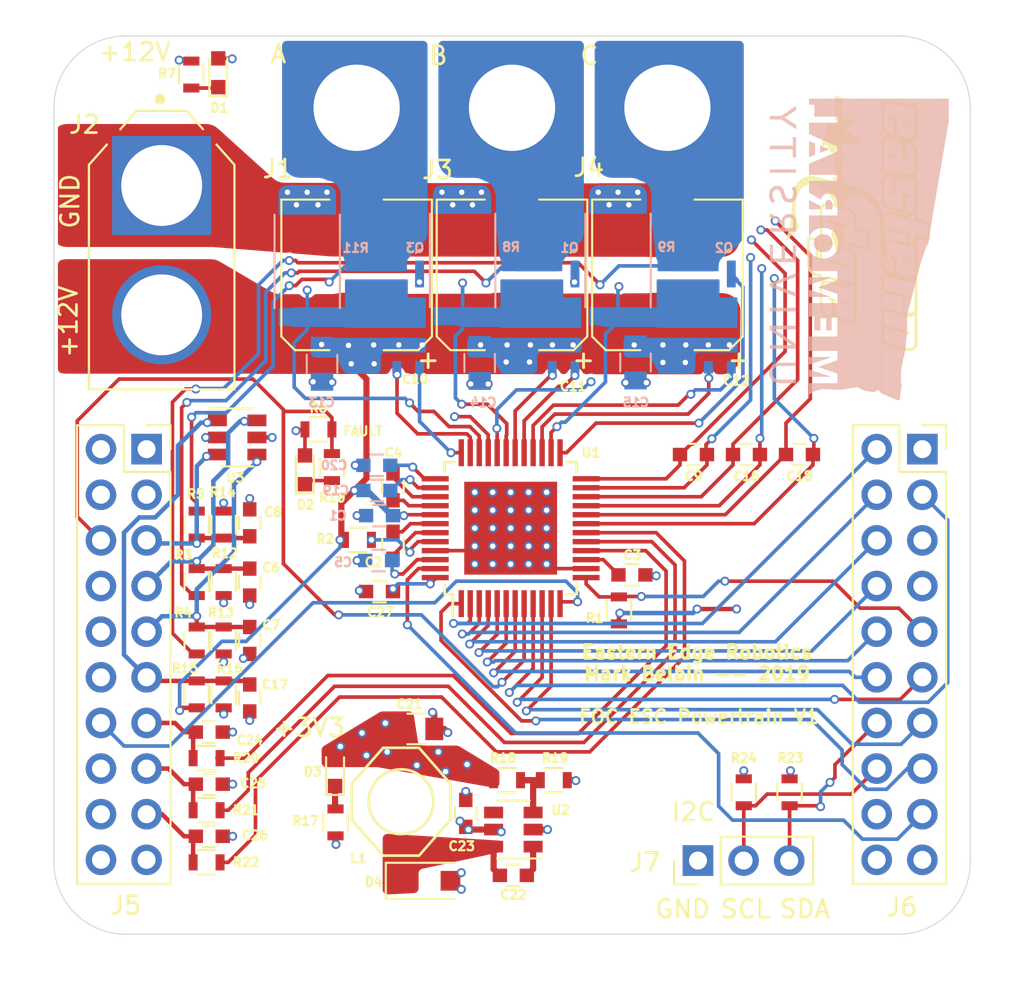
<source format=kicad_pcb>
(kicad_pcb (version 20171130) (host pcbnew "(5.1.4)-1")
  (layers (0 F.Cu signal) (1 In1.Cu power) (2 In2.Cu power) (31 B.Cu signal) (34 B.Paste user) (35 F.Paste user) (36 B.SilkS user) (37 F.SilkS user) (38 B.Mask user) (39 F.Mask user) (44 Edge.Cuts user))
  (net 0 "")
  (net 1 +12V)
  (net 2 GND)
  (net 3 "Net-(C2-Pad1)")
  (net 4 "Net-(C2-Pad2)")
  (net 5 "Net-(C3-Pad1)")
  (net 6 "Net-(C4-Pad2)")
  (net 7 "Net-(C4-Pad1)")
  (net 8 "Net-(C5-Pad1)")
  (net 9 /VSEN_B)
  (net 10 /VSEN_C)
  (net 11 /VSEN_A)
  (net 12 /SL_A)
  (net 13 /SL_B)
  (net 14 /VSEN_PVDD)
  (net 15 /SL_C)
  (net 16 "Net-(C19-Pad2)")
  (net 17 "Net-(C20-Pad1)")
  (net 18 +3V3)
  (net 19 "Net-(C22-Pad1)")
  (net 20 "Net-(C22-Pad2)")
  (net 21 "Net-(C24-Pad1)")
  (net 22 "Net-(C25-Pad1)")
  (net 23 "Net-(C26-Pad1)")
  (net 24 "Net-(D1-Pad1)")
  (net 25 "Net-(D2-Pad1)")
  (net 26 "Net-(D3-Pad1)")
  (net 27 /PHASE_A)
  (net 28 /PHASE_B)
  (net 29 /PHASE_C)
  (net 30 /ADC_IN)
  (net 31 "Net-(J5-Pad19)")
  (net 32 "Net-(J5-Pad18)")
  (net 33 "Net-(J5-Pad16)")
  (net 34 /SCLK)
  (net 35 "Net-(J5-Pad12)")
  (net 36 "Net-(J5-Pad10)")
  (net 37 "Net-(J5-Pad8)")
  (net 38 /nFAULT)
  (net 39 "Net-(J5-Pad4)")
  (net 40 "Net-(J5-Pad1)")
  (net 41 "Net-(J6-Pad20)")
  (net 42 "Net-(J6-Pad19)")
  (net 43 "Net-(J6-Pad18)")
  (net 44 /WAKE)
  (net 45 /SCL_EXTERN)
  (net 46 /EN_GATE)
  (net 47 /SDA_EXTERN)
  (net 48 /SDO)
  (net 49 /INL_C)
  (net 50 /SDI)
  (net 51 /INH_C)
  (net 52 /PWRGD)
  (net 53 /INL_B)
  (net 54 "Net-(J6-Pad7)")
  (net 55 /INH_B)
  (net 56 "Net-(J6-Pad5)")
  (net 57 /INL_A)
  (net 58 /SCS)
  (net 59 /INH_A)
  (net 60 /GL_B)
  (net 61 /GH_B)
  (net 62 /SH_B)
  (net 63 /SH_C)
  (net 64 /GH_C)
  (net 65 /GL_C)
  (net 66 /SH_A)
  (net 67 /GH_A)
  (net 68 /GL_A)
  (net 69 "Net-(R2-Pad2)")
  (net 70 "Net-(R18-Pad2)")
  (net 71 /ISEN_A)
  (net 72 /ISEN_B)
  (net 73 /ISEN_C)
  (net 74 "Net-(U2-Pad4)")
  (module "ESC Drivetrain V1:SIZF906DT" (layer B.Cu) (at 135.8 118.6 180)
    (fp_text reference Q2 (at -1.5 6.8) (layer B.SilkS) (effects (font (size 0.5 0.5) (thickness 0.125)) (justify mirror)))
    (fp_text value SIZF906DT)
    (pad 3 smd roundrect (at -1.905 5.35 180) (size 0.5 1.5) (layers B.Cu B.Paste B.Mask) (roundrect_rratio 0.1) (net 65 /GL_C))
    (pad 5 smd roundrect (at 0.5 5.8 180) (size 3.4 0.6) (layers B.Cu B.Paste B.Mask) (roundrect_rratio 0.1) (net 29 /PHASE_C))
    (pad 6 smd custom (at 0 2.65 180) (size 0.5 0.5) (layers B.Cu B.Paste B.Mask) (net 15 /SL_C) (options (clearance outline) (anchor rect)) (primitives (gr_poly (pts (xy 0 -0.25) (xy -2.2 -0.25) (xy -2.2 1.35) (xy -1.2 1.35) (xy -1.2 2.35) (xy 2.2 2.35) (xy 2.2 -0.25)) (width 0.1))))
    (pad 4 smd roundrect (at 0 1.38 180) (size 4.5 0.8) (layers B.Cu B.Paste B.Mask) (roundrect_rratio 0.05) (net 1 +12V))
    (pad 1 smd roundrect (at -1.905 0.154 180) (size 0.5 0.7) (layers B.Cu B.Paste B.Mask) (roundrect_rratio 0.1) (net 64 /GH_C))
    (pad 4 smd roundrect (at 1.905 0.154 180) (size 0.5 0.7) (layers B.Cu B.Paste B.Mask) (roundrect_rratio 0.1) (net 1 +12V))
    (pad 2 smd roundrect (at -0.635 0.154 180) (size 0.5 0.7) (layers B.Cu B.Paste B.Mask) (roundrect_rratio 0.1) (net 63 /SH_C))
    (pad 4 smd roundrect (at 0.635 0.154 180) (size 0.5 0.7) (layers B.Cu B.Paste B.Mask) (roundrect_rratio 0.1) (net 1 +12V))
  )
  (module "ESC Drivetrain V1:SIZF906DT" (layer B.Cu) (at 127.1 118.6 180)
    (fp_text reference Q1 (at -1.6 6.8) (layer B.SilkS) (effects (font (size 0.5 0.5) (thickness 0.125)) (justify mirror)))
    (fp_text value SIZF906DT)
    (pad 3 smd roundrect (at -1.905 5.35 180) (size 0.5 1.5) (layers B.Cu B.Paste B.Mask) (roundrect_rratio 0.1) (net 60 /GL_B))
    (pad 5 smd roundrect (at 0.5 5.8 180) (size 3.4 0.6) (layers B.Cu B.Paste B.Mask) (roundrect_rratio 0.1) (net 28 /PHASE_B))
    (pad 6 smd custom (at 0 2.65 180) (size 0.5 0.5) (layers B.Cu B.Paste B.Mask) (net 13 /SL_B) (options (clearance outline) (anchor rect)) (primitives (gr_poly (pts (xy 0 -0.25) (xy -2.2 -0.25) (xy -2.2 1.35) (xy -1.2 1.35) (xy -1.2 2.35) (xy 2.2 2.35) (xy 2.2 -0.25)) (width 0.1))))
    (pad 4 smd roundrect (at 0 1.38 180) (size 4.5 0.8) (layers B.Cu B.Paste B.Mask) (roundrect_rratio 0.05) (net 1 +12V))
    (pad 1 smd roundrect (at -1.905 0.154 180) (size 0.5 0.7) (layers B.Cu B.Paste B.Mask) (roundrect_rratio 0.1) (net 61 /GH_B))
    (pad 4 smd roundrect (at 1.905 0.154 180) (size 0.5 0.7) (layers B.Cu B.Paste B.Mask) (roundrect_rratio 0.1) (net 1 +12V))
    (pad 2 smd roundrect (at -0.635 0.154 180) (size 0.5 0.7) (layers B.Cu B.Paste B.Mask) (roundrect_rratio 0.1) (net 62 /SH_B))
    (pad 4 smd roundrect (at 0.635 0.154 180) (size 0.5 0.7) (layers B.Cu B.Paste B.Mask) (roundrect_rratio 0.1) (net 1 +12V))
  )
  (module "ESC Drivetrain V1:SIZF906DT" (layer B.Cu) (at 118.45 118.6 180)
    (fp_text reference Q3 (at -1.65 6.8) (layer B.SilkS) (effects (font (size 0.5 0.5) (thickness 0.125)) (justify mirror)))
    (fp_text value SIZF906DT)
    (pad 3 smd roundrect (at -1.905 5.35 180) (size 0.5 1.5) (layers B.Cu B.Paste B.Mask) (roundrect_rratio 0.1) (net 68 /GL_A))
    (pad 5 smd roundrect (at 0.5 5.8 180) (size 3.4 0.6) (layers B.Cu B.Paste B.Mask) (roundrect_rratio 0.1) (net 27 /PHASE_A))
    (pad 6 smd custom (at 0 2.65 180) (size 0.5 0.5) (layers B.Cu B.Paste B.Mask) (net 12 /SL_A) (options (clearance outline) (anchor rect)) (primitives (gr_poly (pts (xy 0 -0.25) (xy -2.2 -0.25) (xy -2.2 1.35) (xy -1.2 1.35) (xy -1.2 2.35) (xy 2.2 2.35) (xy 2.2 -0.25)) (width 0.1))))
    (pad 4 smd roundrect (at 0 1.38 180) (size 4.5 0.8) (layers B.Cu B.Paste B.Mask) (roundrect_rratio 0.05) (net 1 +12V))
    (pad 1 smd roundrect (at -1.905 0.154 180) (size 0.5 0.7) (layers B.Cu B.Paste B.Mask) (roundrect_rratio 0.1) (net 67 /GH_A))
    (pad 4 smd roundrect (at 1.905 0.154 180) (size 0.5 0.7) (layers B.Cu B.Paste B.Mask) (roundrect_rratio 0.1) (net 1 +12V))
    (pad 2 smd roundrect (at -0.635 0.154 180) (size 0.5 0.7) (layers B.Cu B.Paste B.Mask) (roundrect_rratio 0.1) (net 66 /SH_A))
    (pad 4 smd roundrect (at 0.635 0.154 180) (size 0.5 0.7) (layers B.Cu B.Paste B.Mask) (roundrect_rratio 0.1) (net 1 +12V))
  )
  (module "ESC Drivetrain V1:AMASS_XT60-M" (layer F.Cu) (at 106 111.925 270)
    (fp_text reference J2 (at -7 4.3 180) (layer F.SilkS))
    (fp_text value Conn_01x02 hide)
    (pad 1 thru_hole rect (at -3.6 0 270) (size 5.516 5.516) (drill 4.5) (layers *.Cu *.Mask) (net 2 GND))
    (pad 2 thru_hole circle (at 3.6 0 270) (size 5.516 5.516) (drill 4.5) (layers *.Cu *.Mask) (net 1 +12V))
  )
  (module EER:MUNLOGO (layer B.Cu) (at 138.7 121.4 90)
    (fp_text reference U$15 hide)
    (fp_text value MUNLOGO hide)
  )
  (module EER:EERLOGO (layer F.Cu) (at 139 100.8 270)
    (fp_text reference U$12 hide)
    (fp_text value EERLOGO hide)
  )
  (module Capacitors_SMD:C_0603 (layer F.Cu) (at 122.925 143.275 90)
    (fp_text reference C23 (at -1.825 -0.225 180) (layer F.SilkS) (effects (font (size 0.5 0.5) (thickness 0.125))))
    (fp_text value 0.1uF)
    (pad 2 smd rect (at 0.75 0 90) (size 0.8 0.75) (layers F.Cu F.Paste F.Mask) (net 2 GND))
    (pad 1 smd rect (at -0.75 0 90) (size 0.8 0.75) (layers F.Cu F.Paste F.Mask) (net 1 +12V))
  )
  (module Capacitors_SMD:C_0603 (layer B.Cu) (at 118.125 126.7 180)
    (fp_text reference C1 (at 2.325 0) (layer B.SilkS) (effects (font (size 0.5 0.5) (thickness 0.125)) (justify mirror)))
    (fp_text value 4.7uF)
    (pad 2 smd rect (at 0.75 0 180) (size 0.8 0.75) (layers B.Cu B.Paste B.Mask) (net 2 GND))
    (pad 1 smd rect (at -0.75 0 180) (size 0.8 0.75) (layers B.Cu B.Paste B.Mask) (net 1 +12V))
  )
  (module Capacitors_SMD:C_0603 (layer F.Cu) (at 118.875 128.35 270)
    (fp_text reference C2 (at 0.95 1.075 180) (layer F.SilkS) (effects (font (size 0.5 0.5) (thickness 0.125))))
    (fp_text value 0.047uF)
    (pad 2 smd rect (at 0.75 0 270) (size 0.8 0.75) (layers F.Cu F.Paste F.Mask) (net 4 "Net-(C2-Pad2)"))
    (pad 1 smd rect (at -0.75 0 270) (size 0.8 0.75) (layers F.Cu F.Paste F.Mask) (net 3 "Net-(C2-Pad1)"))
  )
  (module Capacitors_SMD:C_0603 (layer F.Cu) (at 132.175 130)
    (fp_text reference C3 (at 0.025 -1.1) (layer F.SilkS) (effects (font (size 0.5 0.5) (thickness 0.125))))
    (fp_text value 1uF)
    (pad 2 smd rect (at 0.75 0) (size 0.8 0.75) (layers F.Cu F.Paste F.Mask) (net 2 GND))
    (pad 1 smd rect (at -0.75 0) (size 0.8 0.75) (layers F.Cu F.Paste F.Mask) (net 5 "Net-(C3-Pad1)"))
  )
  (module Capacitors_SMD:C_0603 (layer F.Cu) (at 118.875 125.1 90)
    (fp_text reference C4 (at 1.9 0.025 180) (layer F.SilkS) (effects (font (size 0.5 0.5) (thickness 0.125))))
    (fp_text value 0.047uF)
    (pad 2 smd rect (at 0.75 0 90) (size 0.8 0.75) (layers F.Cu F.Paste F.Mask) (net 6 "Net-(C4-Pad2)"))
    (pad 1 smd rect (at -0.75 0 90) (size 0.8 0.75) (layers F.Cu F.Paste F.Mask) (net 7 "Net-(C4-Pad1)"))
  )
  (module Capacitors_SMD:C_0603 (layer B.Cu) (at 118.075 129.2 180)
    (fp_text reference C5 (at 1.975 -0.1) (layer B.SilkS) (effects (font (size 0.5 0.5) (thickness 0.125)) (justify mirror)))
    (fp_text value 1uF)
    (pad 2 smd rect (at 0.75 0 180) (size 0.8 0.75) (layers B.Cu B.Paste B.Mask) (net 2 GND))
    (pad 1 smd rect (at -0.75 0 180) (size 0.8 0.75) (layers B.Cu B.Paste B.Mask) (net 8 "Net-(C5-Pad1)"))
  )
  (module Capacitors_SMD:C_0603 (layer F.Cu) (at 110.9 130.4 270)
    (fp_text reference C6 (at -0.8 -1.2 180) (layer F.SilkS) (effects (font (size 0.5 0.5) (thickness 0.125))))
    (fp_text value 0.1uF)
    (pad 2 smd rect (at 0.75 0 270) (size 0.8 0.75) (layers F.Cu F.Paste F.Mask) (net 2 GND))
    (pad 1 smd rect (at -0.75 0 270) (size 0.8 0.75) (layers F.Cu F.Paste F.Mask) (net 9 /VSEN_B))
  )
  (module Capacitors_SMD:C_0603 (layer F.Cu) (at 110.9 133.65 270)
    (fp_text reference C7 (at -0.85 -1.2 180) (layer F.SilkS) (effects (font (size 0.5 0.5) (thickness 0.125))))
    (fp_text value 0.1uF)
    (pad 2 smd rect (at 0.75 0 270) (size 0.8 0.75) (layers F.Cu F.Paste F.Mask) (net 2 GND))
    (pad 1 smd rect (at -0.75 0 270) (size 0.8 0.75) (layers F.Cu F.Paste F.Mask) (net 10 /VSEN_C))
  )
  (module Capacitors_SMD:C_0603 (layer F.Cu) (at 110.9 127.1 90)
    (fp_text reference C8 (at 0.6 1.3 180) (layer F.SilkS) (effects (font (size 0.5 0.5) (thickness 0.125))))
    (fp_text value 0.1uF)
    (pad 2 smd rect (at 0.75 0 90) (size 0.8 0.75) (layers F.Cu F.Paste F.Mask) (net 2 GND))
    (pad 1 smd rect (at -0.75 0 90) (size 0.8 0.75) (layers F.Cu F.Paste F.Mask) (net 11 /VSEN_A))
  )
  (module Capacitors_SMD:C_0603 (layer F.Cu) (at 135.6 123.3 180)
    (fp_text reference C9 (at 0 -1.2) (layer F.SilkS) (effects (font (size 0.5 0.5) (thickness 0.125))))
    (fp_text value 1000pF)
    (pad 2 smd rect (at 0.75 0 180) (size 0.8 0.75) (layers F.Cu F.Paste F.Mask) (net 2 GND))
    (pad 1 smd rect (at -0.75 0 180) (size 0.8 0.75) (layers F.Cu F.Paste F.Mask) (net 12 /SL_A))
  )
  (module Capacitors_SMD:CP_Elec_8x10.5 (layer F.Cu) (at 116.85 113.3 90)
    (fp_text reference C10 (at -5.8 3.25 180) (layer F.SilkS) (effects (font (size 0.5 0.5) (thickness 0.125))))
    (fp_text value 220uF)
    (fp_text user + (at -4.78 3.91 90) (layer F.SilkS))
    (fp_text user + (at -4.78 3.91 90) (layer F.SilkS))
    (pad 1 smd rect (at -3.05 0 270) (size 4 2.5) (layers F.Cu F.Paste F.Mask) (net 1 +12V))
    (pad 2 smd rect (at 3.05 0 270) (size 4 2.5) (layers F.Cu F.Paste F.Mask) (net 2 GND))
  )
  (module Capacitors_SMD:CP_Elec_8x10.5 (layer F.Cu) (at 125.5 113.3 90)
    (fp_text reference C11 (at -6.2 3.4 180) (layer F.SilkS) (effects (font (size 0.5 0.5) (thickness 0.125))))
    (fp_text value 220uF)
    (fp_text user + (at -4.78 3.91 90) (layer F.SilkS))
    (fp_text user + (at -4.78 3.91 90) (layer F.SilkS))
    (pad 1 smd rect (at -3.05 0 270) (size 4 2.5) (layers F.Cu F.Paste F.Mask) (net 1 +12V))
    (pad 2 smd rect (at 3.05 0 270) (size 4 2.5) (layers F.Cu F.Paste F.Mask) (net 2 GND))
  )
  (module Capacitors_SMD:CP_Elec_8x10.5 (layer F.Cu) (at 134.15 113.3 90)
    (fp_text reference C12 (at -5.9 3.85 180) (layer F.SilkS) (effects (font (size 0.5 0.5) (thickness 0.125))))
    (fp_text value 220uF)
    (fp_text user + (at -4.78 3.91 90) (layer F.SilkS))
    (fp_text user + (at -4.78 3.91 90) (layer F.SilkS))
    (pad 1 smd rect (at -3.05 0 270) (size 4 2.5) (layers F.Cu F.Paste F.Mask) (net 1 +12V))
    (pad 2 smd rect (at 3.05 0 270) (size 4 2.5) (layers F.Cu F.Paste F.Mask) (net 2 GND))
  )
  (module Capacitors_SMD:C_0805 (layer B.Cu) (at 114.925 118.25 90)
    (fp_text reference C13 (at -2.15 -0.025 180) (layer B.SilkS) (effects (font (size 0.5 0.5) (thickness 0.125)) (justify mirror)))
    (fp_text value 22uF)
    (pad 1 smd rect (at -1 0 90) (size 1 1.25) (layers B.Cu B.Paste B.Mask) (net 2 GND))
    (pad 2 smd rect (at 1 0 90) (size 1 1.25) (layers B.Cu B.Paste B.Mask) (net 1 +12V))
  )
  (module Capacitors_SMD:C_0805 (layer B.Cu) (at 123.7 118.2 90)
    (fp_text reference C14 (at -2.2 0.2 180) (layer B.SilkS) (effects (font (size 0.5 0.5) (thickness 0.125)) (justify mirror)))
    (fp_text value 22uF)
    (pad 1 smd rect (at -1 0 90) (size 1 1.25) (layers B.Cu B.Paste B.Mask) (net 2 GND))
    (pad 2 smd rect (at 1 0 90) (size 1 1.25) (layers B.Cu B.Paste B.Mask) (net 1 +12V))
  )
  (module Capacitors_SMD:C_0805 (layer B.Cu) (at 132.375 118.175 90)
    (fp_text reference C15 (at -2.225 0.025 180) (layer B.SilkS) (effects (font (size 0.5 0.5) (thickness 0.125)) (justify mirror)))
    (fp_text value 22uF)
    (pad 1 smd rect (at -1 0 90) (size 1 1.25) (layers B.Cu B.Paste B.Mask) (net 2 GND))
    (pad 2 smd rect (at 1 0 90) (size 1 1.25) (layers B.Cu B.Paste B.Mask) (net 1 +12V))
  )
  (module Capacitors_SMD:C_0603 (layer F.Cu) (at 138.55 123.3 180)
    (fp_text reference C16 (at 0 -1.2) (layer F.SilkS) (effects (font (size 0.5 0.5) (thickness 0.125))))
    (fp_text value 1000pF)
    (pad 2 smd rect (at 0.75 0 180) (size 0.8 0.75) (layers F.Cu F.Paste F.Mask) (net 2 GND))
    (pad 1 smd rect (at -0.75 0 180) (size 0.8 0.75) (layers F.Cu F.Paste F.Mask) (net 13 /SL_B))
  )
  (module Capacitors_SMD:C_0603 (layer F.Cu) (at 110.9 136.85 270)
    (fp_text reference C17 (at -0.75 -1.4 180) (layer F.SilkS) (effects (font (size 0.5 0.5) (thickness 0.125))))
    (fp_text value 0.1uF)
    (pad 2 smd rect (at 0.75 0 270) (size 0.8 0.75) (layers F.Cu F.Paste F.Mask) (net 2 GND))
    (pad 1 smd rect (at -0.75 0 270) (size 0.8 0.75) (layers F.Cu F.Paste F.Mask) (net 14 /VSEN_PVDD))
  )
  (module Capacitors_SMD:C_0603 (layer F.Cu) (at 141.5 123.3 180)
    (fp_text reference C18 (at 0 -1.2) (layer F.SilkS) (effects (font (size 0.5 0.5) (thickness 0.125))))
    (fp_text value 1000pF)
    (pad 2 smd rect (at 0.75 0 180) (size 0.8 0.75) (layers F.Cu F.Paste F.Mask) (net 2 GND))
    (pad 1 smd rect (at -0.75 0 180) (size 0.8 0.75) (layers F.Cu F.Paste F.Mask) (net 15 /SL_C))
  )
  (module Capacitors_SMD:C_0603 (layer B.Cu) (at 117.975 125.3)
    (fp_text reference C19 (at -2.275 0 180) (layer B.SilkS) (effects (font (size 0.5 0.5) (thickness 0.125)) (justify mirror)))
    (fp_text value 2.2uF)
    (pad 2 smd rect (at 0.75 0) (size 0.8 0.75) (layers B.Cu B.Paste B.Mask) (net 16 "Net-(C19-Pad2)"))
    (pad 1 smd rect (at -0.75 0) (size 0.8 0.75) (layers B.Cu B.Paste B.Mask) (net 1 +12V))
  )
  (module Capacitors_SMD:C_0603 (layer B.Cu) (at 117.975 123.9 180)
    (fp_text reference C20 (at 2.375 0) (layer B.SilkS) (effects (font (size 0.5 0.5) (thickness 0.125)) (justify mirror)))
    (fp_text value 1uF)
    (pad 2 smd rect (at 0.75 0 180) (size 0.8 0.75) (layers B.Cu B.Paste B.Mask) (net 2 GND))
    (pad 1 smd rect (at -0.75 0 180) (size 0.8 0.75) (layers B.Cu B.Paste B.Mask) (net 17 "Net-(C20-Pad1)"))
  )
  (module Capacitors_SMD:C_0805 (layer F.Cu) (at 120.175 138.575 180)
    (fp_text reference C21 (at 0.375 1.375) (layer F.SilkS) (effects (font (size 0.5 0.5) (thickness 0.125))))
    (fp_text value 22uF)
    (pad 1 smd rect (at -1 0 180) (size 1 1.25) (layers F.Cu F.Paste F.Mask) (net 2 GND))
    (pad 2 smd rect (at 1 0 180) (size 1 1.25) (layers F.Cu F.Paste F.Mask) (net 18 +3V3))
  )
  (module Capacitors_SMD:C_0603 (layer F.Cu) (at 125.575 146.725)
    (fp_text reference C22 (at 0 1.075) (layer F.SilkS) (effects (font (size 0.5 0.5) (thickness 0.125))))
    (fp_text value 0.33uF)
    (pad 2 smd rect (at 0.75 0) (size 0.8 0.75) (layers F.Cu F.Paste F.Mask) (net 20 "Net-(C22-Pad2)"))
    (pad 1 smd rect (at -0.75 0) (size 0.8 0.75) (layers F.Cu F.Paste F.Mask) (net 19 "Net-(C22-Pad1)"))
  )
  (module Capacitors_SMD:C_0603 (layer F.Cu) (at 108.65 138.75)
    (fp_text reference C24 (at 2.25 0.45) (layer F.SilkS) (effects (font (size 0.5 0.5) (thickness 0.125))))
    (fp_text value 2200pF)
    (pad 2 smd rect (at 0.75 0) (size 0.8 0.75) (layers F.Cu F.Paste F.Mask) (net 2 GND))
    (pad 1 smd rect (at -0.75 0) (size 0.8 0.75) (layers F.Cu F.Paste F.Mask) (net 21 "Net-(C24-Pad1)"))
  )
  (module Capacitors_SMD:C_0603 (layer F.Cu) (at 108.65 141.65)
    (fp_text reference C25 (at 2.45 -0.05) (layer F.SilkS) (effects (font (size 0.5 0.5) (thickness 0.125))))
    (fp_text value 2200pF)
    (pad 2 smd rect (at 0.75 0) (size 0.8 0.75) (layers F.Cu F.Paste F.Mask) (net 2 GND))
    (pad 1 smd rect (at -0.75 0) (size 0.8 0.75) (layers F.Cu F.Paste F.Mask) (net 22 "Net-(C25-Pad1)"))
  )
  (module Capacitors_SMD:C_0603 (layer F.Cu) (at 108.65 144.55)
    (fp_text reference C26 (at 2.55 -0.05) (layer F.SilkS) (effects (font (size 0.5 0.5) (thickness 0.125))))
    (fp_text value 2200pF)
    (pad 2 smd rect (at 0.75 0) (size 0.8 0.75) (layers F.Cu F.Paste F.Mask) (net 2 GND))
    (pad 1 smd rect (at -0.75 0) (size 0.8 0.75) (layers F.Cu F.Paste F.Mask) (net 23 "Net-(C26-Pad1)"))
  )
  (module LEDs:LED_0603 (layer F.Cu) (at 109.15 102.05 90)
    (fp_text reference D1 (at -1.95 0.05 180) (layer F.SilkS) (effects (font (size 0.5 0.5) (thickness 0.125))))
    (fp_text value BLUE)
    (pad 2 smd rect (at 0.8 0 270) (size 0.8 0.8) (layers F.Cu F.Paste F.Mask) (net 1 +12V))
    (pad 1 smd rect (at -0.8 0 270) (size 0.8 0.8) (layers F.Cu F.Paste F.Mask) (net 24 "Net-(D1-Pad1)"))
  )
  (module LEDs:LED_0603 (layer F.Cu) (at 113.975 124.15 90)
    (fp_text reference D2 (at -1.95 0.025 180) (layer F.SilkS) (effects (font (size 0.5 0.5) (thickness 0.125))))
    (fp_text value RED)
    (pad 2 smd rect (at 0.8 0 270) (size 0.8 0.8) (layers F.Cu F.Paste F.Mask) (net 18 +3V3))
    (pad 1 smd rect (at -0.8 0 270) (size 0.8 0.8) (layers F.Cu F.Paste F.Mask) (net 25 "Net-(D2-Pad1)"))
  )
  (module LEDs:LED_0603 (layer F.Cu) (at 115.65 140.95 90)
    (fp_text reference D3 (at 0 -1.25 180) (layer F.SilkS) (effects (font (size 0.5 0.5) (thickness 0.125))))
    (fp_text value GREEN)
    (pad 2 smd rect (at 0.8 0 270) (size 0.8 0.8) (layers F.Cu F.Paste F.Mask) (net 18 +3V3))
    (pad 1 smd rect (at -0.8 0 270) (size 0.8 0.8) (layers F.Cu F.Paste F.Mask) (net 26 "Net-(D3-Pad1)"))
  )
  (module Diodes_SMD:D_SOD-123F (layer F.Cu) (at 120.675 147.025)
    (fp_text reference D4 (at -2.875 0.075) (layer F.SilkS) (effects (font (size 0.5 0.5) (thickness 0.125))))
    (fp_text value D_Schottky_ALT)
    (pad 1 smd rect (at -1.4 0) (size 1.1 1.1) (layers F.Cu F.Paste F.Mask) (net 19 "Net-(C22-Pad1)"))
    (pad 2 smd rect (at 1.4 0) (size 1.1 1.1) (layers F.Cu F.Paste F.Mask) (net 2 GND))
  )
  (module Pin_Headers:Pin_Header_Straight_1x03_Pitch2.54mm (layer F.Cu) (at 135.85 145.9 90)
    (fp_text reference J7 (at -0.1 -2.95 180) (layer F.SilkS))
    (fp_text value "I2C Header")
    (pad 1 thru_hole rect (at 0 0 90) (size 1.7 1.7) (drill 1) (layers *.Cu *.Mask) (net 2 GND))
    (pad 2 thru_hole oval (at 0 2.54 90) (size 1.7 1.7) (drill 1) (layers *.Cu *.Mask) (net 45 /SCL_EXTERN))
    (pad 3 thru_hole oval (at 0 5.08 90) (size 1.7 1.7) (drill 1) (layers *.Cu *.Mask) (net 47 /SDA_EXTERN))
  )
  (module Resistors_SMD:R_0603 (layer F.Cu) (at 131.45 131.975 90)
    (fp_text reference R1 (at -0.425 -1.35 180) (layer F.SilkS) (effects (font (size 0.5 0.5) (thickness 0.125))))
    (fp_text value 10kΩ)
    (pad 1 smd rect (at -0.75 0 90) (size 0.5 0.9) (layers F.Cu F.Paste F.Mask) (net 18 +3V3))
    (pad 2 smd rect (at 0.75 0 90) (size 0.5 0.9) (layers F.Cu F.Paste F.Mask) (net 52 /PWRGD))
  )
  (module Resistors_SMD:R_0603 (layer F.Cu) (at 116.925 128.05)
    (fp_text reference R2 (at -1.825 -0.05) (layer F.SilkS) (effects (font (size 0.5 0.5) (thickness 0.125))))
    (fp_text value 100Ω)
    (pad 1 smd rect (at -0.75 0) (size 0.5 0.9) (layers F.Cu F.Paste F.Mask) (net 1 +12V))
    (pad 2 smd rect (at 0.75 0) (size 0.5 0.9) (layers F.Cu F.Paste F.Mask) (net 69 "Net-(R2-Pad2)"))
  )
  (module Resistors_SMD:R_0603 (layer F.Cu) (at 107.95 130.4 90)
    (fp_text reference R3 (at 1.5 -0.75 180) (layer F.SilkS) (effects (font (size 0.5 0.5) (thickness 0.125))))
    (fp_text value 22.0kΩ)
    (pad 1 smd rect (at -0.75 0 90) (size 0.5 0.9) (layers F.Cu F.Paste F.Mask) (net 28 /PHASE_B))
    (pad 2 smd rect (at 0.75 0 90) (size 0.5 0.9) (layers F.Cu F.Paste F.Mask) (net 9 /VSEN_B))
  )
  (module Resistors_SMD:R_0603 (layer F.Cu) (at 107.95 133.65 90)
    (fp_text reference R4 (at 1.55 -0.75 180) (layer F.SilkS) (effects (font (size 0.5 0.5) (thickness 0.125))))
    (fp_text value 22.0kΩ)
    (pad 1 smd rect (at -0.75 0 90) (size 0.5 0.9) (layers F.Cu F.Paste F.Mask) (net 29 /PHASE_C))
    (pad 2 smd rect (at 0.75 0 90) (size 0.5 0.9) (layers F.Cu F.Paste F.Mask) (net 10 /VSEN_C))
  )
  (module Resistors_SMD:R_0603 (layer F.Cu) (at 107.95 127.2 270)
    (fp_text reference R5 (at -1.7 0.05 180) (layer F.SilkS) (effects (font (size 0.5 0.5) (thickness 0.125))))
    (fp_text value 22.0kΩ)
    (pad 1 smd rect (at -0.75 0 270) (size 0.5 0.9) (layers F.Cu F.Paste F.Mask) (net 27 /PHASE_A))
    (pad 2 smd rect (at 0.75 0 270) (size 0.5 0.9) (layers F.Cu F.Paste F.Mask) (net 11 /VSEN_A))
  )
  (module Resistors_SMD:R_0603 (layer F.Cu) (at 114.725 121.9)
    (fp_text reference R6 (at 0 -1.2) (layer F.SilkS) (effects (font (size 0.5 0.5) (thickness 0.125))))
    (fp_text value 10kΩ)
    (pad 1 smd rect (at -0.75 0) (size 0.5 0.9) (layers F.Cu F.Paste F.Mask) (net 18 +3V3))
    (pad 2 smd rect (at 0.75 0) (size 0.5 0.9) (layers F.Cu F.Paste F.Mask) (net 38 /nFAULT))
  )
  (module Resistors_SMD:R_0603 (layer F.Cu) (at 107.65 102.15 90)
    (fp_text reference R7 (at 0.05 -1.35 180) (layer F.SilkS) (effects (font (size 0.5 0.5) (thickness 0.125))))
    (fp_text value 2.7kΩ)
    (pad 1 smd rect (at -0.75 0 90) (size 0.5 0.9) (layers F.Cu F.Paste F.Mask) (net 24 "Net-(D1-Pad1)"))
    (pad 2 smd rect (at 0.75 0 90) (size 0.5 0.9) (layers F.Cu F.Paste F.Mask) (net 2 GND))
  )
  (module Resistors_SMD:R_0603 (layer F.Cu) (at 115.475 124 90)
    (fp_text reference R10 (at -1.7 0.025 180) (layer F.SilkS) (effects (font (size 0.5 0.5) (thickness 0.125))))
    (fp_text value 330Ω)
    (pad 1 smd rect (at -0.75 0 90) (size 0.5 0.9) (layers F.Cu F.Paste F.Mask) (net 25 "Net-(D2-Pad1)"))
    (pad 2 smd rect (at 0.75 0 90) (size 0.5 0.9) (layers F.Cu F.Paste F.Mask) (net 38 /nFAULT))
  )
  (module Resistors_SMD:R_0603 (layer F.Cu) (at 109.45 130.4 270)
    (fp_text reference R12 (at -1.6 -0.05 180) (layer F.SilkS) (effects (font (size 0.5 0.5) (thickness 0.125))))
    (fp_text value 4.99kΩ)
    (pad 1 smd rect (at -0.75 0 270) (size 0.5 0.9) (layers F.Cu F.Paste F.Mask) (net 9 /VSEN_B))
    (pad 2 smd rect (at 0.75 0 270) (size 0.5 0.9) (layers F.Cu F.Paste F.Mask) (net 2 GND))
  )
  (module Resistors_SMD:R_0603 (layer F.Cu) (at 109.45 133.65 270)
    (fp_text reference R13 (at -1.55 0.15 180) (layer F.SilkS) (effects (font (size 0.5 0.5) (thickness 0.125))))
    (fp_text value 4.99kΩ)
    (pad 1 smd rect (at -0.75 0 270) (size 0.5 0.9) (layers F.Cu F.Paste F.Mask) (net 10 /VSEN_C))
    (pad 2 smd rect (at 0.75 0 270) (size 0.5 0.9) (layers F.Cu F.Paste F.Mask) (net 2 GND))
  )
  (module Resistors_SMD:R_0603 (layer F.Cu) (at 109.45 127.2 90)
    (fp_text reference R14 (at 1.8 -0.05 180) (layer F.SilkS) (effects (font (size 0.5 0.5) (thickness 0.125))))
    (fp_text value 4.99kΩ)
    (pad 1 smd rect (at -0.75 0 90) (size 0.5 0.9) (layers F.Cu F.Paste F.Mask) (net 11 /VSEN_A))
    (pad 2 smd rect (at 0.75 0 90) (size 0.5 0.9) (layers F.Cu F.Paste F.Mask) (net 2 GND))
  )
  (module Resistors_SMD:R_0603 (layer F.Cu) (at 107.95 136.65 90)
    (fp_text reference R15 (at 1.45 -0.65 180) (layer F.SilkS) (effects (font (size 0.5 0.5) (thickness 0.125))))
    (fp_text value 22.0kΩ)
    (pad 1 smd rect (at -0.75 0 90) (size 0.5 0.9) (layers F.Cu F.Paste F.Mask) (net 1 +12V))
    (pad 2 smd rect (at 0.75 0 90) (size 0.5 0.9) (layers F.Cu F.Paste F.Mask) (net 14 /VSEN_PVDD))
  )
  (module Resistors_SMD:R_0603 (layer F.Cu) (at 109.45 136.65 270)
    (fp_text reference R16 (at -1.45 -0.35 180) (layer F.SilkS) (effects (font (size 0.5 0.5) (thickness 0.125))))
    (fp_text value 4.99kΩ)
    (pad 1 smd rect (at -0.75 0 270) (size 0.5 0.9) (layers F.Cu F.Paste F.Mask) (net 14 /VSEN_PVDD))
    (pad 2 smd rect (at 0.75 0 270) (size 0.5 0.9) (layers F.Cu F.Paste F.Mask) (net 2 GND))
  )
  (module Resistors_SMD:R_0603 (layer F.Cu) (at 115.675 143.775 270)
    (fp_text reference R17 (at -0.075 1.675 180) (layer F.SilkS) (effects (font (size 0.5 0.5) (thickness 0.125))))
    (fp_text value 330Ω)
    (pad 1 smd rect (at -0.75 0 270) (size 0.5 0.9) (layers F.Cu F.Paste F.Mask) (net 26 "Net-(D3-Pad1)"))
    (pad 2 smd rect (at 0.75 0 270) (size 0.5 0.9) (layers F.Cu F.Paste F.Mask) (net 2 GND))
  )
  (module Resistors_SMD:R_0603 (layer F.Cu) (at 125.225 141.425)
    (fp_text reference R18 (at -0.225 -1.225) (layer F.SilkS) (effects (font (size 0.5 0.5) (thickness 0.125))))
    (fp_text value 68.0kΩ)
    (pad 1 smd rect (at -0.75 0) (size 0.5 0.9) (layers F.Cu F.Paste F.Mask) (net 18 +3V3))
    (pad 2 smd rect (at 0.75 0) (size 0.5 0.9) (layers F.Cu F.Paste F.Mask) (net 70 "Net-(R18-Pad2)"))
  )
  (module Resistors_SMD:R_0603 (layer F.Cu) (at 127.825 141.425)
    (fp_text reference R19 (at 0.075 -1.225) (layer F.SilkS) (effects (font (size 0.5 0.5) (thickness 0.125))))
    (fp_text value 20.0kΩ)
    (pad 1 smd rect (at -0.75 0) (size 0.5 0.9) (layers F.Cu F.Paste F.Mask) (net 70 "Net-(R18-Pad2)"))
    (pad 2 smd rect (at 0.75 0) (size 0.5 0.9) (layers F.Cu F.Paste F.Mask) (net 2 GND))
  )
  (module Resistors_SMD:R_0603 (layer F.Cu) (at 108.5 140.2 180)
    (fp_text reference R20 (at -2.2 0) (layer F.SilkS) (effects (font (size 0.5 0.5) (thickness 0.125))))
    (fp_text value 56Ω)
    (pad 1 smd rect (at -0.75 0 180) (size 0.5 0.9) (layers F.Cu F.Paste F.Mask) (net 71 /ISEN_A))
    (pad 2 smd rect (at 0.75 0 180) (size 0.5 0.9) (layers F.Cu F.Paste F.Mask) (net 21 "Net-(C24-Pad1)"))
  )
  (module Resistors_SMD:R_0603 (layer F.Cu) (at 108.5 143.1 180)
    (fp_text reference R21 (at -2.2 0) (layer F.SilkS) (effects (font (size 0.5 0.5) (thickness 0.125))))
    (fp_text value 56Ω)
    (pad 1 smd rect (at -0.75 0 180) (size 0.5 0.9) (layers F.Cu F.Paste F.Mask) (net 72 /ISEN_B))
    (pad 2 smd rect (at 0.75 0 180) (size 0.5 0.9) (layers F.Cu F.Paste F.Mask) (net 22 "Net-(C25-Pad1)"))
  )
  (module Resistors_SMD:R_0603 (layer F.Cu) (at 108.5 146 180)
    (fp_text reference R22 (at -2.2 0) (layer F.SilkS) (effects (font (size 0.5 0.5) (thickness 0.125))))
    (fp_text value 56Ω)
    (pad 1 smd rect (at -0.75 0 180) (size 0.5 0.9) (layers F.Cu F.Paste F.Mask) (net 73 /ISEN_C))
    (pad 2 smd rect (at 0.75 0 180) (size 0.5 0.9) (layers F.Cu F.Paste F.Mask) (net 23 "Net-(C26-Pad1)"))
  )
  (module Resistors_SMD:R_0603 (layer F.Cu) (at 140.95 142.1 270)
    (fp_text reference R23 (at -1.9 -0.05 180) (layer F.SilkS) (effects (font (size 0.5 0.5) (thickness 0.125))))
    (fp_text value 2.7kΩ)
    (pad 1 smd rect (at -0.75 0 270) (size 0.5 0.9) (layers F.Cu F.Paste F.Mask) (net 18 +3V3))
    (pad 2 smd rect (at 0.75 0 270) (size 0.5 0.9) (layers F.Cu F.Paste F.Mask) (net 47 /SDA_EXTERN))
  )
  (module Resistors_SMD:R_0603 (layer F.Cu) (at 138.4 142.1 270)
    (fp_text reference R24 (at -1.9 0 180) (layer F.SilkS) (effects (font (size 0.5 0.5) (thickness 0.125))))
    (fp_text value 2.7kΩ)
    (pad 1 smd rect (at -0.75 0 270) (size 0.5 0.9) (layers F.Cu F.Paste F.Mask) (net 18 +3V3))
    (pad 2 smd rect (at 0.75 0 270) (size 0.5 0.9) (layers F.Cu F.Paste F.Mask) (net 45 /SCL_EXTERN))
  )
  (module "ESC Drivetrain V1:DRV8305" (layer F.Cu) (at 125.425 127.4 90)
    (fp_text reference U1 (at 4.2 4.475 180) (layer F.SilkS) (effects (font (size 0.5 0.5) (thickness 0.125))))
    (fp_text value DRV8305)
    (pad 49 thru_hole circle (at 2 2 90) (size 0.5 0.5) (drill 0.3) (layers *.Cu *.Mask) (net 2 GND))
    (pad 49 thru_hole circle (at -1 2 90) (size 0.5 0.5) (drill 0.3) (layers *.Cu *.Mask) (net 2 GND))
    (pad 49 thru_hole circle (at 1 2 90) (size 0.5 0.5) (drill 0.3) (layers *.Cu *.Mask) (net 2 GND))
    (pad 49 thru_hole circle (at 0 2 90) (size 0.5 0.5) (drill 0.3) (layers *.Cu *.Mask) (net 2 GND))
    (pad 49 thru_hole circle (at -2 2 90) (size 0.5 0.5) (drill 0.3) (layers *.Cu *.Mask) (net 2 GND))
    (pad 49 thru_hole circle (at 2 1 90) (size 0.5 0.5) (drill 0.3) (layers *.Cu *.Mask) (net 2 GND))
    (pad 49 thru_hole circle (at -1 1 90) (size 0.5 0.5) (drill 0.3) (layers *.Cu *.Mask) (net 2 GND))
    (pad 49 thru_hole circle (at 1 1 90) (size 0.5 0.5) (drill 0.3) (layers *.Cu *.Mask) (net 2 GND))
    (pad 49 thru_hole circle (at 0 1 90) (size 0.5 0.5) (drill 0.3) (layers *.Cu *.Mask) (net 2 GND))
    (pad 49 thru_hole circle (at -2 1 90) (size 0.5 0.5) (drill 0.3) (layers *.Cu *.Mask) (net 2 GND))
    (pad 49 thru_hole circle (at 2 0 90) (size 0.5 0.5) (drill 0.3) (layers *.Cu *.Mask) (net 2 GND))
    (pad 49 thru_hole circle (at -1 0 90) (size 0.5 0.5) (drill 0.3) (layers *.Cu *.Mask) (net 2 GND))
    (pad 49 thru_hole circle (at 1 0 90) (size 0.5 0.5) (drill 0.3) (layers *.Cu *.Mask) (net 2 GND))
    (pad 49 thru_hole circle (at 0 0 90) (size 0.5 0.5) (drill 0.3) (layers *.Cu *.Mask) (net 2 GND))
    (pad 49 thru_hole circle (at -2 0 90) (size 0.5 0.5) (drill 0.3) (layers *.Cu *.Mask) (net 2 GND))
    (pad 49 thru_hole circle (at 2 -1 90) (size 0.5 0.5) (drill 0.3) (layers *.Cu *.Mask) (net 2 GND))
    (pad 49 thru_hole circle (at -1 -1 90) (size 0.5 0.5) (drill 0.3) (layers *.Cu *.Mask) (net 2 GND))
    (pad 49 thru_hole circle (at 1 -1 90) (size 0.5 0.5) (drill 0.3) (layers *.Cu *.Mask) (net 2 GND))
    (pad 49 thru_hole circle (at 0 -1 90) (size 0.5 0.5) (drill 0.3) (layers *.Cu *.Mask) (net 2 GND))
    (pad 49 thru_hole circle (at -2 -1 90) (size 0.5 0.5) (drill 0.3) (layers *.Cu *.Mask) (net 2 GND))
    (pad 49 thru_hole circle (at 2 -2 90) (size 0.5 0.5) (drill 0.3) (layers *.Cu *.Mask) (net 2 GND))
    (pad 49 thru_hole circle (at 0 -2 90) (size 0.5 0.5) (drill 0.3) (layers *.Cu *.Mask) (net 2 GND))
    (pad 49 thru_hole circle (at 1 -2 90) (size 0.5 0.5) (drill 0.3) (layers *.Cu *.Mask) (net 2 GND))
    (pad 49 thru_hole circle (at -1 -2 90) (size 0.5 0.5) (drill 0.3) (layers *.Cu *.Mask) (net 2 GND))
    (pad 49 thru_hole circle (at -2 -2 90) (size 0.5 0.5) (drill 0.3) (layers *.Cu *.Mask) (net 2 GND))
    (pad 1 smd rect (at -4.2 -2.75 90) (size 1.5 0.3) (layers F.Cu F.Paste F.Mask) (net 46 /EN_GATE))
    (pad 2 smd rect (at -4.2 -2.25 90) (size 1.5 0.3) (layers F.Cu F.Paste F.Mask) (net 59 /INH_A))
    (pad 3 smd rect (at -4.2 -1.75 90) (size 1.5 0.3) (layers F.Cu F.Paste F.Mask) (net 57 /INL_A))
    (pad 4 smd rect (at -4.2 -1.25 90) (size 1.5 0.3) (layers F.Cu F.Paste F.Mask) (net 55 /INH_B))
    (pad 5 smd rect (at -4.2 -0.75 90) (size 1.5 0.3) (layers F.Cu F.Paste F.Mask) (net 53 /INL_B))
    (pad 6 smd rect (at -4.2 -0.25 90) (size 1.5 0.3) (layers F.Cu F.Paste F.Mask) (net 51 /INH_C))
    (pad 7 smd rect (at -4.2 0.25 90) (size 1.5 0.3) (layers F.Cu F.Paste F.Mask) (net 49 /INL_C))
    (pad 8 smd rect (at -4.2 0.75 90) (size 1.5 0.3) (layers F.Cu F.Paste F.Mask) (net 38 /nFAULT))
    (pad 9 smd rect (at -4.2 1.25 90) (size 1.5 0.3) (layers F.Cu F.Paste F.Mask) (net 58 /SCS))
    (pad 10 smd rect (at -4.2 1.75 90) (size 1.5 0.3) (layers F.Cu F.Paste F.Mask) (net 50 /SDI))
    (pad 11 smd rect (at -4.2 2.25 90) (size 1.5 0.3) (layers F.Cu F.Paste F.Mask) (net 48 /SDO))
    (pad 12 smd rect (at -4.2 2.75 90) (size 1.5 0.3) (layers F.Cu F.Paste F.Mask) (net 34 /SCLK))
    (pad 13 smd rect (at -2.75 4.2 180) (size 1.5 0.3) (layers F.Cu F.Paste F.Mask) (net 52 /PWRGD))
    (pad 14 smd rect (at -2.25 4.2 180) (size 1.5 0.3) (layers F.Cu F.Paste F.Mask) (net 2 GND))
    (pad 15 smd rect (at -1.75 4.2 180) (size 1.5 0.3) (layers F.Cu F.Paste F.Mask) (net 5 "Net-(C3-Pad1)"))
    (pad 16 smd rect (at -1.25 4.2 180) (size 1.5 0.3) (layers F.Cu F.Paste F.Mask) (net 71 /ISEN_A))
    (pad 17 smd rect (at -0.75 4.2 180) (size 1.5 0.3) (layers F.Cu F.Paste F.Mask) (net 72 /ISEN_B))
    (pad 18 smd rect (at -0.25 4.2 180) (size 1.5 0.3) (layers F.Cu F.Paste F.Mask) (net 73 /ISEN_C))
    (pad 19 smd rect (at 0.25 4.2 180) (size 1.5 0.3) (layers F.Cu F.Paste F.Mask) (net 15 /SL_C))
    (pad 20 smd rect (at 0.75 4.2 180) (size 1.5 0.3) (layers F.Cu F.Paste F.Mask) (net 2 GND))
    (pad 21 smd rect (at 1.25 4.2 180) (size 1.5 0.3) (layers F.Cu F.Paste F.Mask) (net 13 /SL_B))
    (pad 22 smd rect (at 1.75 4.2 180) (size 1.5 0.3) (layers F.Cu F.Paste F.Mask) (net 2 GND))
    (pad 23 smd rect (at 2.25 4.2 180) (size 1.5 0.3) (layers F.Cu F.Paste F.Mask) (net 12 /SL_A))
    (pad 24 smd rect (at 2.75 4.2 180) (size 1.5 0.3) (layers F.Cu F.Paste F.Mask) (net 2 GND))
    (pad 25 smd rect (at 4.2 2.75 90) (size 1.5 0.3) (layers F.Cu F.Paste F.Mask) (net 65 /GL_C))
    (pad 26 smd rect (at 4.2 2.25 90) (size 1.5 0.3) (layers F.Cu F.Paste F.Mask) (net 15 /SL_C))
    (pad 27 smd rect (at 4.2 1.75 90) (size 1.5 0.3) (layers F.Cu F.Paste F.Mask) (net 63 /SH_C))
    (pad 28 smd rect (at 4.2 1.25 90) (size 1.5 0.3) (layers F.Cu F.Paste F.Mask) (net 64 /GH_C))
    (pad 29 smd rect (at 4.2 0.75 90) (size 1.5 0.3) (layers F.Cu F.Paste F.Mask) (net 61 /GH_B))
    (pad 30 smd rect (at 4.2 0.25 90) (size 1.5 0.3) (layers F.Cu F.Paste F.Mask) (net 62 /SH_B))
    (pad 31 smd rect (at 4.2 -0.25 90) (size 1.5 0.3) (layers F.Cu F.Paste F.Mask) (net 13 /SL_B))
    (pad 32 smd rect (at 4.2 -0.75 90) (size 1.5 0.3) (layers F.Cu F.Paste F.Mask) (net 60 /GL_B))
    (pad 33 smd rect (at 4.2 -1.25 90) (size 1.5 0.3) (layers F.Cu F.Paste F.Mask) (net 68 /GL_A))
    (pad 34 smd rect (at 4.2 -1.75 90) (size 1.5 0.3) (layers F.Cu F.Paste F.Mask) (net 12 /SL_A))
    (pad 35 smd rect (at 4.2 -2.25 90) (size 1.5 0.3) (layers F.Cu F.Paste F.Mask) (net 66 /SH_A))
    (pad 36 smd rect (at 4.2 -2.75 90) (size 1.5 0.3) (layers F.Cu F.Paste F.Mask) (net 67 /GH_A))
    (pad 37 smd rect (at 2.75 -4.2 180) (size 1.5 0.3) (layers F.Cu F.Paste F.Mask) (net 17 "Net-(C20-Pad1)"))
    (pad 38 smd rect (at 2.25 -4.2 180) (size 1.5 0.3) (layers F.Cu F.Paste F.Mask) (net 16 "Net-(C19-Pad2)"))
    (pad 39 smd rect (at 1.75 -4.2 180) (size 1.5 0.3) (layers F.Cu F.Paste F.Mask) (net 6 "Net-(C4-Pad2)"))
    (pad 40 smd rect (at 1.25 -4.2 180) (size 1.5 0.3) (layers F.Cu F.Paste F.Mask) (net 7 "Net-(C4-Pad1)"))
    (pad 41 smd rect (at 0.75 -4.2 180) (size 1.5 0.3) (layers F.Cu F.Paste F.Mask) (net 1 +12V))
    (pad 42 smd rect (at 0.25 -4.2 180) (size 1.5 0.3) (layers F.Cu F.Paste F.Mask) (net 3 "Net-(C2-Pad1)"))
    (pad 43 smd rect (at -0.25 -4.2 180) (size 1.5 0.3) (layers F.Cu F.Paste F.Mask) (net 4 "Net-(C2-Pad2)"))
    (pad 44 smd rect (at -0.75 -4.2 180) (size 1.5 0.3) (layers F.Cu F.Paste F.Mask) (net 69 "Net-(R2-Pad2)"))
    (pad 45 smd rect (at -1.25 -4.2 180) (size 1.5 0.3) (layers F.Cu F.Paste F.Mask) (net 2 GND))
    (pad 46 smd rect (at -1.75 -4.2 180) (size 1.5 0.3) (layers F.Cu F.Paste F.Mask) (net 8 "Net-(C5-Pad1)"))
    (pad 47 smd rect (at -2.25 -4.2 180) (size 1.5 0.3) (layers F.Cu F.Paste F.Mask) (net 44 /WAKE))
    (pad 48 smd rect (at -2.75 -4.2 180) (size 1.5 0.3) (layers F.Cu F.Paste F.Mask) (net 18 +3V3))
    (pad 49 smd rect (at 0 0 90) (size 5.17 5.17) (layers F.Cu F.Paste F.Mask) (net 2 GND))
  )
  (module TO_SOT_Packages_SMD:SOT-23-6 (layer F.Cu) (at 125.575 144.175 180)
    (fp_text reference U2 (at -2.625 1.075) (layer F.SilkS) (effects (font (size 0.5 0.5) (thickness 0.125))))
    (fp_text value LMR16006XDDC)
    (pad 1 smd rect (at -1.1 -0.95 180) (size 1.06 0.65) (layers F.Cu F.Paste F.Mask) (net 20 "Net-(C22-Pad2)"))
    (pad 2 smd rect (at -1.1 0 180) (size 1.06 0.65) (layers F.Cu F.Paste F.Mask) (net 2 GND))
    (pad 3 smd rect (at -1.1 0.95 180) (size 1.06 0.65) (layers F.Cu F.Paste F.Mask) (net 70 "Net-(R18-Pad2)"))
    (pad 4 smd rect (at 1.1 0.95 180) (size 1.06 0.65) (layers F.Cu F.Paste F.Mask) (net 74 "Net-(U2-Pad4)"))
    (pad 6 smd rect (at 1.1 -0.95 180) (size 1.06 0.65) (layers F.Cu F.Paste F.Mask) (net 19 "Net-(C22-Pad1)"))
    (pad 5 smd rect (at 1.1 0 180) (size 1.06 0.65) (layers F.Cu F.Paste F.Mask) (net 1 +12V))
  )
  (module TO_SOT_Packages_SMD:SOT-23-6 (layer F.Cu) (at 110.2 122.35)
    (fp_text reference U3 (at -0.1 2.25) (layer F.SilkS) (effects (font (size 0.5 0.5) (thickness 0.125))))
    (fp_text value SRV05-4)
    (pad 1 smd rect (at -1.1 -0.95) (size 1.06 0.65) (layers F.Cu F.Paste F.Mask) (net 14 /VSEN_PVDD))
    (pad 2 smd rect (at -1.1 0) (size 1.06 0.65) (layers F.Cu F.Paste F.Mask) (net 2 GND))
    (pad 3 smd rect (at -1.1 0.95) (size 1.06 0.65) (layers F.Cu F.Paste F.Mask) (net 11 /VSEN_A))
    (pad 4 smd rect (at 1.1 0.95) (size 1.06 0.65) (layers F.Cu F.Paste F.Mask) (net 10 /VSEN_C))
    (pad 6 smd rect (at 1.1 -0.95) (size 1.06 0.65) (layers F.Cu F.Paste F.Mask) (net 9 /VSEN_B))
    (pad 5 smd rect (at 1.1 0) (size 1.06 0.65) (layers F.Cu F.Paste F.Mask) (net 18 +3V3))
  )
  (module "ESC Drivetrain V1:Pin_Header_Straight_2x10_Pitch2.54mm_LaunchPad" (layer F.Cu) (at 103.91 123)
    (fp_text reference J5 (at 0.09 25.4) (layer F.SilkS))
    (fp_text value Conn_02x10_Odd_Even)
    (pad 1 thru_hole rect (at 1.25 0) (size 1.7 1.7) (drill 1) (layers *.Cu *.Mask) (net 40 "Net-(J5-Pad1)"))
    (pad 2 thru_hole oval (at -1.29 0) (size 1.7 1.7) (drill 1) (layers *.Cu *.Mask) (net 18 +3V3))
    (pad 3 thru_hole oval (at 1.25 2.54) (size 1.7 1.7) (drill 1) (layers *.Cu *.Mask) (net 2 GND))
    (pad 4 thru_hole oval (at -1.29 2.54) (size 1.7 1.7) (drill 1) (layers *.Cu *.Mask) (net 39 "Net-(J5-Pad4)"))
    (pad 5 thru_hole oval (at 1.25 5.08) (size 1.7 1.7) (drill 1) (layers *.Cu *.Mask) (net 11 /VSEN_A))
    (pad 6 thru_hole oval (at -1.29 5.08) (size 1.7 1.7) (drill 1) (layers *.Cu *.Mask) (net 38 /nFAULT))
    (pad 7 thru_hole oval (at 1.25 7.62) (size 1.7 1.7) (drill 1) (layers *.Cu *.Mask) (net 9 /VSEN_B))
    (pad 8 thru_hole oval (at -1.29 7.62) (size 1.7 1.7) (drill 1) (layers *.Cu *.Mask) (net 37 "Net-(J5-Pad8)"))
    (pad 9 thru_hole oval (at 1.25 10.16) (size 1.7 1.7) (drill 1) (layers *.Cu *.Mask) (net 10 /VSEN_C))
    (pad 10 thru_hole oval (at -1.29 10.16) (size 1.7 1.7) (drill 1) (layers *.Cu *.Mask) (net 36 "Net-(J5-Pad10)"))
    (pad 11 thru_hole oval (at 1.25 12.7) (size 1.7 1.7) (drill 1) (layers *.Cu *.Mask) (net 14 /VSEN_PVDD))
    (pad 12 thru_hole oval (at -1.29 12.7) (size 1.7 1.7) (drill 1) (layers *.Cu *.Mask) (net 35 "Net-(J5-Pad12)"))
    (pad 13 thru_hole oval (at 1.25 15.24) (size 1.7 1.7) (drill 1) (layers *.Cu *.Mask) (net 21 "Net-(C24-Pad1)"))
    (pad 14 thru_hole oval (at -1.29 15.24) (size 1.7 1.7) (drill 1) (layers *.Cu *.Mask) (net 34 /SCLK))
    (pad 15 thru_hole oval (at 1.25 17.78) (size 1.7 1.7) (drill 1) (layers *.Cu *.Mask) (net 22 "Net-(C25-Pad1)"))
    (pad 16 thru_hole oval (at -1.29 17.78) (size 1.7 1.7) (drill 1) (layers *.Cu *.Mask) (net 33 "Net-(J5-Pad16)"))
    (pad 17 thru_hole oval (at 1.25 20.32) (size 1.7 1.7) (drill 1) (layers *.Cu *.Mask) (net 23 "Net-(C26-Pad1)"))
    (pad 18 thru_hole oval (at -1.29 20.32) (size 1.7 1.7) (drill 1) (layers *.Cu *.Mask) (net 32 "Net-(J5-Pad18)"))
    (pad 19 thru_hole oval (at 1.25 22.86) (size 1.7 1.7) (drill 1) (layers *.Cu *.Mask) (net 31 "Net-(J5-Pad19)"))
    (pad 20 thru_hole oval (at -1.29 22.86) (size 1.7 1.7) (drill 1) (layers *.Cu *.Mask) (net 30 /ADC_IN))
  )
  (module "ESC Drivetrain V1:Pin_Header_Straight_2x10_Pitch2.54mm_LaunchPad" (layer F.Cu) (at 147.09 123)
    (fp_text reference J6 (at 0.11 25.5) (layer F.SilkS))
    (fp_text value Conn_02x10_Odd_Even)
    (pad 1 thru_hole rect (at 1.25 0) (size 1.7 1.7) (drill 1) (layers *.Cu *.Mask) (net 2 GND))
    (pad 2 thru_hole oval (at -1.29 0) (size 1.7 1.7) (drill 1) (layers *.Cu *.Mask) (net 59 /INH_A))
    (pad 3 thru_hole oval (at 1.25 2.54) (size 1.7 1.7) (drill 1) (layers *.Cu *.Mask) (net 58 /SCS))
    (pad 4 thru_hole oval (at -1.29 2.54) (size 1.7 1.7) (drill 1) (layers *.Cu *.Mask) (net 57 /INL_A))
    (pad 5 thru_hole oval (at 1.25 5.08) (size 1.7 1.7) (drill 1) (layers *.Cu *.Mask) (net 56 "Net-(J6-Pad5)"))
    (pad 6 thru_hole oval (at -1.29 5.08) (size 1.7 1.7) (drill 1) (layers *.Cu *.Mask) (net 55 /INH_B))
    (pad 7 thru_hole oval (at 1.25 7.62) (size 1.7 1.7) (drill 1) (layers *.Cu *.Mask) (net 54 "Net-(J6-Pad7)"))
    (pad 8 thru_hole oval (at -1.29 7.62) (size 1.7 1.7) (drill 1) (layers *.Cu *.Mask) (net 53 /INL_B))
    (pad 9 thru_hole oval (at 1.25 10.16) (size 1.7 1.7) (drill 1) (layers *.Cu *.Mask) (net 52 /PWRGD))
    (pad 10 thru_hole oval (at -1.29 10.16) (size 1.7 1.7) (drill 1) (layers *.Cu *.Mask) (net 51 /INH_C))
    (pad 11 thru_hole oval (at 1.25 12.7) (size 1.7 1.7) (drill 1) (layers *.Cu *.Mask) (net 50 /SDI))
    (pad 12 thru_hole oval (at -1.29 12.7) (size 1.7 1.7) (drill 1) (layers *.Cu *.Mask) (net 49 /INL_C))
    (pad 13 thru_hole oval (at 1.25 15.24) (size 1.7 1.7) (drill 1) (layers *.Cu *.Mask) (net 48 /SDO))
    (pad 14 thru_hole oval (at -1.29 15.24) (size 1.7 1.7) (drill 1) (layers *.Cu *.Mask) (net 47 /SDA_EXTERN))
    (pad 15 thru_hole oval (at 1.25 17.78) (size 1.7 1.7) (drill 1) (layers *.Cu *.Mask) (net 46 /EN_GATE))
    (pad 16 thru_hole oval (at -1.29 17.78) (size 1.7 1.7) (drill 1) (layers *.Cu *.Mask) (net 45 /SCL_EXTERN))
    (pad 17 thru_hole oval (at 1.25 20.32) (size 1.7 1.7) (drill 1) (layers *.Cu *.Mask) (net 44 /WAKE))
    (pad 18 thru_hole oval (at -1.29 20.32) (size 1.7 1.7) (drill 1) (layers *.Cu *.Mask) (net 43 "Net-(J6-Pad18)"))
    (pad 19 thru_hole oval (at 1.25 22.86) (size 1.7 1.7) (drill 1) (layers *.Cu *.Mask) (net 42 "Net-(J6-Pad19)"))
    (pad 20 thru_hole oval (at -1.29 22.86) (size 1.7 1.7) (drill 1) (layers *.Cu *.Mask) (net 41 "Net-(J6-Pad20)"))
  )
  (module "ESC Drivetrain V1:Eaton_Inductor" (layer F.Cu) (at 119.325 142.625 90)
    (fp_text reference L1 (at -3.15 -2.375 180) (layer F.SilkS) (effects (font (size 0.5 0.5) (thickness 0.125))))
    (fp_text value 15uH)
    (pad 1 smd roundrect (at -2.5 0 90) (size 1 2) (layers F.Cu F.Paste F.Mask) (net 19 "Net-(C22-Pad1)"))
    (pad 2 smd roundrect (at 2.5 0 90) (size 1 2) (layers F.Cu F.Paste F.Mask) (net 18 +3V3))
  )
  (module "ESC Drivetrain V1:R_2512_Sense" (layer B.Cu) (at 122.75 112.5 90)
    (fp_text reference R8 (at 0.75 2.7 180) (layer B.SilkS) (effects (font (size 0.5 0.5) (thickness 0.125)) (justify mirror)))
    (fp_text value 5mΩ)
    (pad 2 smd rect (at 3.1 0 90) (size 1 3.2) (layers B.Cu B.Paste B.Mask) (net 2 GND))
    (pad 1 smd rect (at -3.1 0 90) (size 1 3.2) (layers B.Cu B.Paste B.Mask) (net 13 /SL_B))
  )
  (module "ESC Drivetrain V1:R_2512_Sense" (layer B.Cu) (at 131.4 112.5 90)
    (fp_text reference R9 (at 0.75 2.7 180) (layer B.SilkS) (effects (font (size 0.5 0.5) (thickness 0.125)) (justify mirror)))
    (fp_text value 5mΩ)
    (pad 1 smd rect (at -3.1 0 90) (size 1 3.2) (layers B.Cu B.Paste B.Mask) (net 15 /SL_C))
    (pad 2 smd rect (at 3.1 0 90) (size 1 3.2) (layers B.Cu B.Paste B.Mask) (net 2 GND))
  )
  (module "ESC Drivetrain V1:R_2512_Sense" (layer B.Cu) (at 114.1 112.55 90)
    (fp_text reference R11 (at 0.75 2.7 180) (layer B.SilkS) (effects (font (size 0.5 0.5) (thickness 0.125)) (justify mirror)))
    (fp_text value 5mΩ)
    (pad 1 smd rect (at -3.1 0 90) (size 1 3.2) (layers B.Cu B.Paste B.Mask) (net 12 /SL_A))
    (pad 2 smd rect (at 3.1 0 90) (size 1 3.2) (layers B.Cu B.Paste B.Mask) (net 2 GND))
  )
  (module "ESC Drivetrain V1:3mm_Bullet_A" (layer F.Cu) (at 116.85 104)
    (fp_text reference J1 (at -4.375 3.4) (layer F.SilkS))
    (fp_text value PHASE_A)
    (pad 1 thru_hole circle (at 0 0) (size 7 7) (drill 4.8) (layers *.Cu *.Mask) (net 27 /PHASE_A))
  )
  (module "ESC Drivetrain V1:3mm_Bullet_B" (layer F.Cu) (at 125.5 104)
    (fp_text reference J3 (at -4.15 3.45) (layer F.SilkS))
    (fp_text value PHASE_B)
    (pad 1 thru_hole circle (at 0 0) (size 7 7) (drill 4.8) (layers *.Cu *.Mask) (net 28 /PHASE_B))
  )
  (module "ESC Drivetrain V1:3mm_Bullet_C" (layer F.Cu) (at 134.15 104)
    (fp_text reference J4 (at -4.375 3.325) (layer F.SilkS))
    (fp_text value PHASE_C)
    (pad 1 thru_hole circle (at 0 0) (size 7 7) (drill 4.8) (layers *.Cu *.Mask) (net 29 /PHASE_C))
  )
  (module Capacitors_SMD:C_0603 (layer F.Cu) (at 118.125 130.925 180)
    (fp_text reference C27 (at -0.05 -1.15) (layer F.SilkS) (effects (font (size 0.5 0.5) (thickness 0.125))))
    (fp_text value 1uF)
    (pad 1 smd rect (at -0.75 0 180) (size 0.8 0.75) (layers F.Cu F.Paste F.Mask) (net 18 +3V3))
    (pad 2 smd rect (at 0.75 0 180) (size 0.8 0.75) (layers F.Cu F.Paste F.Mask) (net 2 GND))
  )
  (gr_text "FOC ESC Powertrain V1" (at 135.9 137.9) (layer F.SilkS) (effects (font (size 0.75 0.75))))
  (gr_text " Eastern Edge Robotics \nMark Belbin -- 2019" (at 135.8 134.9) (layer F.SilkS) (effects (font (size 0.75 0.75) (thickness 0.1875))))
  (gr_text FAULT (at 117.2 122) (layer F.SilkS) (effects (font (size 0.5 0.5) (thickness 0.125))))
  (gr_text +3V3 (at 114.2 138.5) (layer F.SilkS) (effects (font (size 1 1))))
  (gr_text SCL (at 138.5 148.6) (layer F.SilkS) (effects (font (size 1 1))))
  (gr_text SDA (at 141.8 148.6) (layer F.SilkS) (effects (font (size 1 1))))
  (gr_text GND (at 135 148.6) (layer F.SilkS) (effects (font (size 1 1))))
  (gr_text I2C (at 135.6 143.2) (layer F.SilkS) (effects (font (size 1 1))))
  (gr_text GND (at 100.9 109.2 90) (layer F.SilkS) (effects (font (size 1 1))))
  (gr_text +12V (at 100.8 115.9 90) (layer F.SilkS) (effects (font (size 1 1))))
  (gr_text +12V (at 104.5 100.9) (layer F.SilkS) (effects (font (size 1 1))))
  (gr_text C (at 129.8 101.1) (layer F.SilkS) (effects (font (size 1 1))))
  (gr_text B (at 121.4 101.1) (layer F.SilkS) (effects (font (size 1 1))))
  (gr_text A (at 112.5 101) (layer F.SilkS) (effects (font (size 1 1))))
  (gr_arc (start 104 104) (end 104 100) (angle -90) (layer Edge.Cuts) (width 0.05))
  (gr_arc (start 147 104) (end 151 104) (angle -90) (layer Edge.Cuts) (width 0.05))
  (gr_arc (start 104 146) (end 100 146) (angle -90) (layer Edge.Cuts) (width 0.05))
  (gr_arc (start 147 146) (end 147 150) (angle -90) (layer Edge.Cuts) (width 0.05))
  (gr_line (start 100 146) (end 100 104) (layer Edge.Cuts) (width 0.05))
  (gr_line (start 147 150) (end 104 150) (layer Edge.Cuts) (width 0.05))
  (gr_line (start 151 104) (end 151 146) (layer Edge.Cuts) (width 0.05))
  (gr_line (start 104 100) (end 147 100) (layer Edge.Cuts) (width 0.05))
  (via (at 124.9 144.3) (size 0.5) (drill 0.3) (layers F.Cu B.Cu) (net 1))
  (via (at 115.925 128.05) (size 0.5) (drill 0.3) (layers F.Cu B.Cu) (net 1))
  (via (at 137.6 117.2) (size 0.5) (drill 0.3) (layers F.Cu B.Cu) (net 1))
  (via (at 136.425 117.2) (size 0.5) (drill 0.3) (layers F.Cu B.Cu) (net 1))
  (via (at 135.175 117.2) (size 0.5) (drill 0.3) (layers F.Cu B.Cu) (net 1))
  (via (at 135.15 118.175) (size 0.5) (drill 0.3) (layers F.Cu B.Cu) (net 1))
  (via (at 133.9 117.2) (size 0.5) (drill 0.3) (layers F.Cu B.Cu) (net 1))
  (via (at 133.9 118.175) (size 0.5) (drill 0.3) (layers F.Cu B.Cu) (net 1))
  (via (at 128.9 117.2) (size 0.5) (drill 0.3) (layers F.Cu B.Cu) (net 1))
  (via (at 127.75 117.2) (size 0.5) (drill 0.3) (layers F.Cu B.Cu) (net 1))
  (via (at 126.525 117.2) (size 0.5) (drill 0.3) (layers F.Cu B.Cu) (net 1))
  (via (at 126.475 118.15) (size 0.5) (drill 0.3) (layers F.Cu B.Cu) (net 1))
  (via (at 125.225 117.2) (size 0.5) (drill 0.3) (layers F.Cu B.Cu) (net 1))
  (via (at 125.175 118.15) (size 0.5) (drill 0.3) (layers F.Cu B.Cu) (net 1))
  (via (at 123.75 117.2) (size 0.5) (drill 0.3) (layers F.Cu B.Cu) (net 1))
  (via (at 117.825 118.25) (size 0.5) (drill 0.3) (layers F.Cu B.Cu) (net 1))
  (via (at 116.55 118.25) (size 0.5) (drill 0.3) (layers F.Cu B.Cu) (net 1))
  (via (at 120.5 117.2) (size 0.5) (drill 0.3) (layers F.Cu B.Cu) (net 1))
  (via (at 119.2 117.2) (size 0.5) (drill 0.3) (layers F.Cu B.Cu) (net 1))
  (via (at 117.8 117.2) (size 0.5) (drill 0.3) (layers F.Cu B.Cu) (net 1))
  (via (at 116.4 117.225) (size 0.5) (drill 0.3) (layers F.Cu B.Cu) (net 1))
  (via (at 114.9 117.175) (size 0.5) (drill 0.3) (layers F.Cu B.Cu) (net 1))
  (via (at 132.3 117.2) (size 0.5) (drill 0.3) (layers F.Cu B.Cu) (net 1))
  (via (at 107 137.55) (size 0.5) (drill 0.3) (layers F.Cu B.Cu) (net 1))
  (segment (start 107.95 137.4) (end 107.15 137.4) (width 0.25) (layer F.Cu) (net 1))
  (segment (start 107.15 137.4) (end 107 137.55) (width 0.25) (layer F.Cu) (net 1))
  (via (at 116.725 125.3) (size 0.5) (drill 0.3) (layers F.Cu B.Cu) (net 1))
  (segment (start 117.225 125.3) (end 116.725 125.3) (width 0.2032) (layer B.Cu) (net 1))
  (segment (start 121.225 126.65) (end 119.524996 126.65) (width 0.2032) (layer F.Cu) (net 1))
  (segment (start 118.875004 126.699996) (end 119.121447 126.699996) (width 0.2032) (layer B.Cu) (net 1))
  (segment (start 118.875 126.7) (end 118.875004 126.699996) (width 0.2032) (layer B.Cu) (net 1))
  (segment (start 119.121447 126.699996) (end 119.475 126.699996) (width 0.2032) (layer B.Cu) (net 1))
  (segment (start 119.524996 126.65) (end 119.475 126.699996) (width 0.2032) (layer F.Cu) (net 1))
  (via (at 119.475 126.699996) (size 0.5) (drill 0.3) (layers F.Cu B.Cu) (net 1))
  (via (at 109.925 101.275) (size 0.5) (drill 0.3) (layers F.Cu B.Cu) (net 1))
  (segment (start 109.15 101.25) (end 109.9 101.25) (width 0.2032) (layer F.Cu) (net 1))
  (segment (start 109.9 101.25) (end 109.925 101.275) (width 0.2032) (layer F.Cu) (net 1))
  (segment (start 123.075 144.175) (end 123.075 144.175) (width 0.344678) (layer F.Cu) (net 1))
  (segment (start 124.475 144.175) (end 123.075 144.175) (width 0.344678) (layer F.Cu) (net 1))
  (segment (start 116.974999 125.050001) (end 116.725 125.3) (width 0.344678) (layer F.Cu) (net 1))
  (segment (start 117.39734 124.62766) (end 116.974999 125.050001) (width 0.344678) (layer F.Cu) (net 1))
  (segment (start 117.39734 119.09734) (end 117.39734 124.62766) (width 0.344678) (layer F.Cu) (net 1))
  (segment (start 116.55 118.25) (end 117.39734 119.09734) (width 0.344678) (layer F.Cu) (net 1))
  (segment (start 116.725 125.3) (end 116 126.025) (width 0.344678) (layer F.Cu) (net 1))
  (segment (start 116 126.025) (end 116 128) (width 0.344678) (layer F.Cu) (net 1))
  (segment (start 118.820213 126.7) (end 118.875 126.7) (width 0.344678) (layer B.Cu) (net 1))
  (segment (start 117.420213 125.3) (end 118.820213 126.7) (width 0.344678) (layer B.Cu) (net 1))
  (segment (start 117.225 125.3) (end 117.420213 125.3) (width 0.344678) (layer B.Cu) (net 1))
  (segment (start 123.075 144.175) (end 122.925 144.025) (width 0.344678) (layer F.Cu) (net 1))
  (via (at 123.075 144.175) (size 0.5) (drill 0.3) (layers F.Cu B.Cu) (net 1))
  (via (at 122.6 143.7) (size 0.5) (drill 0.3) (layers F.Cu B.Cu) (net 1))
  (segment (start 107 136.05) (end 107 137.55) (width 0.2032) (layer B.Cu) (net 1))
  (segment (start 109.35 133.7) (end 107 136.05) (width 0.2032) (layer B.Cu) (net 1))
  (segment (start 110.7 133.7) (end 109.35 133.7) (width 0.2032) (layer B.Cu) (net 1))
  (segment (start 115.925 128.05) (end 115.925 128.475) (width 0.2032) (layer B.Cu) (net 1))
  (segment (start 115.925 128.475) (end 110.7 133.7) (width 0.2032) (layer B.Cu) (net 1))
  (via (at 117 130.875) (size 0.5) (drill 0.3) (layers F.Cu B.Cu) (net 2))
  (via (at 131.825 119.3) (size 0.5) (drill 0.3) (layers F.Cu B.Cu) (net 2))
  (via (at 132.975 119.3) (size 0.5) (drill 0.3) (layers F.Cu B.Cu) (net 2))
  (via (at 123.2 119.375) (size 0.5) (drill 0.3) (layers F.Cu B.Cu) (net 2))
  (via (at 124.175 119.375) (size 0.5) (drill 0.3) (layers F.Cu B.Cu) (net 2))
  (via (at 114.425 119.25) (size 0.5) (drill 0.3) (layers F.Cu B.Cu) (net 2))
  (via (at 115.475 119.275) (size 0.5) (drill 0.3) (layers F.Cu B.Cu) (net 2))
  (via (at 130.9 109.4) (size 0.5) (drill 0.3) (layers F.Cu B.Cu) (net 2))
  (via (at 132 109.4) (size 0.5) (drill 0.3) (layers F.Cu B.Cu) (net 2))
  (via (at 122.2 109.4) (size 0.5) (drill 0.3) (layers F.Cu B.Cu) (net 2))
  (via (at 123.3 109.4) (size 0.5) (drill 0.3) (layers F.Cu B.Cu) (net 2))
  (via (at 114.7 109.4) (size 0.5) (drill 0.3) (layers F.Cu B.Cu) (net 2))
  (via (at 113.5 109.4) (size 0.5) (drill 0.3) (layers F.Cu B.Cu) (net 2))
  (via (at 113 108.7) (size 0.5) (drill 0.3) (layers F.Cu B.Cu) (net 2))
  (via (at 114.1 108.7) (size 0.5) (drill 0.3) (layers F.Cu B.Cu) (net 2))
  (via (at 115.2 108.7) (size 0.5) (drill 0.3) (layers F.Cu B.Cu) (net 2))
  (via (at 121.6 108.7) (size 0.5) (drill 0.3) (layers F.Cu B.Cu) (net 2))
  (via (at 122.7 108.7) (size 0.5) (drill 0.3) (layers F.Cu B.Cu) (net 2))
  (via (at 123.8 108.7) (size 0.5) (drill 0.3) (layers F.Cu B.Cu) (net 2))
  (via (at 130.3 108.7) (size 0.5) (drill 0.3) (layers F.Cu B.Cu) (net 2))
  (via (at 131.4 108.7) (size 0.5) (drill 0.3) (layers F.Cu B.Cu) (net 2))
  (via (at 132.5 108.7) (size 0.5) (drill 0.3) (layers F.Cu B.Cu) (net 2))
  (via (at 109.45 126) (size 0.5) (drill 0.3) (layers F.Cu B.Cu) (net 2))
  (segment (start 109.45 126.45) (end 109.45 126) (width 0.25) (layer F.Cu) (net 2))
  (via (at 110.9 125.75) (size 0.5) (drill 0.3) (layers F.Cu B.Cu) (net 2))
  (segment (start 110.9 126.35) (end 110.9 125.75) (width 0.25) (layer F.Cu) (net 2))
  (via (at 110.9 131.65) (size 0.5) (drill 0.3) (layers F.Cu B.Cu) (net 2))
  (segment (start 110.9 131.15) (end 110.9 131.65) (width 0.25) (layer F.Cu) (net 2))
  (via (at 109.45 131.55) (size 0.5) (drill 0.3) (layers F.Cu B.Cu) (net 2))
  (segment (start 109.45 131.15) (end 109.45 131.55) (width 0.25) (layer F.Cu) (net 2))
  (via (at 109.45 134.85) (size 0.5) (drill 0.3) (layers F.Cu B.Cu) (net 2))
  (segment (start 109.45 134.4) (end 109.45 134.85) (width 0.25) (layer F.Cu) (net 2))
  (via (at 109.45 137.75) (size 0.5) (drill 0.3) (layers F.Cu B.Cu) (net 2))
  (segment (start 109.45 137.4) (end 109.45 137.75) (width 0.25) (layer F.Cu) (net 2))
  (via (at 110.9 138.1) (size 0.5) (drill 0.3) (layers F.Cu B.Cu) (net 2))
  (segment (start 110.9 137.6) (end 110.9 138.1) (width 0.25) (layer F.Cu) (net 2))
  (via (at 109.95 138.75) (size 0.5) (drill 0.3) (layers F.Cu B.Cu) (net 2))
  (segment (start 109.4 138.75) (end 109.95 138.75) (width 0.25) (layer F.Cu) (net 2))
  (via (at 109.95 141.65) (size 0.5) (drill 0.3) (layers F.Cu B.Cu) (net 2))
  (segment (start 109.4 141.65) (end 109.95 141.65) (width 0.25) (layer F.Cu) (net 2))
  (via (at 109.95 144.55) (size 0.5) (drill 0.3) (layers F.Cu B.Cu) (net 2))
  (segment (start 109.4 144.55) (end 109.95 144.55) (width 0.25) (layer F.Cu) (net 2))
  (via (at 108.45 122.35) (size 0.5) (drill 0.3) (layers F.Cu B.Cu) (net 2))
  (segment (start 109.1 122.35) (end 108.45 122.35) (width 0.25) (layer F.Cu) (net 2))
  (via (at 116.775 123.9) (size 0.5) (drill 0.3) (layers F.Cu B.Cu) (net 2))
  (segment (start 117.225 123.9) (end 116.775 123.9) (width 0.2032) (layer B.Cu) (net 2))
  (via (at 116.875 126.7) (size 0.5) (drill 0.3) (layers F.Cu B.Cu) (net 2))
  (segment (start 123.674999 128.649999) (end 123.425 128.4) (width 0.2032) (layer F.Cu) (net 2))
  (segment (start 121.225 128.65) (end 123.674999 128.649999) (width 0.2032) (layer F.Cu) (net 2))
  (segment (start 117.375 126.7) (end 116.875 126.7) (width 0.2032) (layer B.Cu) (net 2))
  (via (at 116.875 129.2) (size 0.5) (drill 0.3) (layers F.Cu B.Cu) (net 2))
  (segment (start 117.325 129.2) (end 116.875 129.2) (width 0.2032) (layer B.Cu) (net 2))
  (via (at 106.975 101.35) (size 0.5) (drill 0.3) (layers F.Cu B.Cu) (net 2))
  (segment (start 107.65 101.4) (end 107.025 101.4) (width 0.2032) (layer F.Cu) (net 2))
  (segment (start 107.025 101.4) (end 106.975 101.35) (width 0.2032) (layer F.Cu) (net 2))
  (via (at 139.35 110.8) (size 0.5) (drill 0.3) (layers F.Cu B.Cu) (net 2))
  (via (at 140.15 110.299997) (size 0.5) (drill 0.3) (layers F.Cu B.Cu) (net 2))
  (segment (start 127.675 129.65) (end 125.425 127.4) (width 0.2032) (layer F.Cu) (net 2))
  (segment (start 129.625 129.65) (end 127.675 129.65) (width 0.2032) (layer F.Cu) (net 2))
  (via (at 133.525 130.05) (size 0.5) (drill 0.3) (layers F.Cu B.Cu) (net 2))
  (segment (start 132.925 130) (end 133.475 130) (width 0.2032) (layer F.Cu) (net 2))
  (segment (start 133.475 130) (end 133.525 130.05) (width 0.2032) (layer F.Cu) (net 2))
  (via (at 122.675 147.5) (size 0.5) (drill 0.3) (layers F.Cu B.Cu) (net 2))
  (segment (start 122.075 147.025) (end 122.2 147.025) (width 0.2032) (layer F.Cu) (net 2))
  (segment (start 122.2 147.025) (end 122.675 147.5) (width 0.2032) (layer F.Cu) (net 2))
  (via (at 122.675 146.575) (size 0.5) (drill 0.3) (layers F.Cu B.Cu) (net 2))
  (segment (start 122.075 147.025) (end 122.225 147.025) (width 0.2032) (layer F.Cu) (net 2))
  (segment (start 122.225 147.025) (end 122.675 146.575) (width 0.2032) (layer F.Cu) (net 2))
  (via (at 127.475 144.175) (size 0.5) (drill 0.3) (layers F.Cu B.Cu) (net 2))
  (via (at 129.05 141.45) (size 0.5) (drill 0.3) (layers F.Cu B.Cu) (net 2))
  (segment (start 129.025 141.425) (end 129.05 141.45) (width 0.344678) (layer F.Cu) (net 2))
  (segment (start 128.575 141.425) (end 129.025 141.425) (width 0.344678) (layer F.Cu) (net 2))
  (segment (start 126.675 144.175) (end 127.475 144.175) (width 0.344678) (layer F.Cu) (net 2))
  (via (at 122.925 142.05) (size 0.5) (drill 0.3) (layers F.Cu B.Cu) (net 2))
  (segment (start 122.925 142.525) (end 122.925 142.05) (width 0.344678) (layer F.Cu) (net 2))
  (via (at 121.925 138.775) (size 0.5) (drill 0.3) (layers F.Cu B.Cu) (net 2))
  (segment (start 121.175 138.575) (end 121.725 138.575) (width 0.344678) (layer F.Cu) (net 2))
  (segment (start 121.725 138.575) (end 121.925 138.775) (width 0.344678) (layer F.Cu) (net 2))
  (via (at 121.075 137.65) (size 0.5) (drill 0.3) (layers F.Cu B.Cu) (net 2))
  (segment (start 121.175 138.575) (end 121.175 137.75) (width 0.344678) (layer F.Cu) (net 2))
  (segment (start 121.175 137.75) (end 121.075 137.65) (width 0.344678) (layer F.Cu) (net 2))
  (via (at 115.7 145) (size 0.5) (drill 0.3) (layers F.Cu B.Cu) (net 2))
  (segment (start 115.675 144.525) (end 115.675 144.975) (width 0.344678) (layer F.Cu) (net 2))
  (segment (start 115.675 144.975) (end 115.7 145) (width 0.344678) (layer F.Cu) (net 2))
  (segment (start 134.85 123.8782) (end 134.85 123.3) (width 0.2032) (layer F.Cu) (net 2))
  (segment (start 134.0782 124.65) (end 134.85 123.8782) (width 0.2032) (layer F.Cu) (net 2))
  (segment (start 129.625 124.65) (end 134.0782 124.65) (width 0.2032) (layer F.Cu) (net 2))
  (segment (start 137.8 123.8782) (end 137.8 123.3) (width 0.2032) (layer F.Cu) (net 2))
  (segment (start 136.0282 125.65) (end 137.8 123.8782) (width 0.2032) (layer F.Cu) (net 2))
  (segment (start 129.625 125.65) (end 136.0282 125.65) (width 0.2032) (layer F.Cu) (net 2))
  (segment (start 140.725 123.3) (end 140.75 123.3) (width 0.2032) (layer F.Cu) (net 2))
  (segment (start 137.375 126.65) (end 140.725 123.3) (width 0.2032) (layer F.Cu) (net 2))
  (segment (start 129.625 126.65) (end 137.375 126.65) (width 0.2032) (layer F.Cu) (net 2))
  (segment (start 137.8 122.7218) (end 137.8 123.3) (width 0.2032) (layer F.Cu) (net 2))
  (segment (start 141.4 119.1218) (end 137.8 122.7218) (width 0.2032) (layer F.Cu) (net 2))
  (segment (start 141.4 112.5) (end 141.4 119.1218) (width 0.2032) (layer F.Cu) (net 2))
  (segment (start 139.35 110.8) (end 139.7 110.8) (width 0.2032) (layer F.Cu) (net 2))
  (segment (start 139.7 110.8) (end 141.4 112.5) (width 0.2032) (layer F.Cu) (net 2))
  (segment (start 140.75 123.3) (end 140.75 121.55) (width 0.2032) (layer F.Cu) (net 2))
  (segment (start 140.75 121.55) (end 142.1 120.2) (width 0.2032) (layer F.Cu) (net 2))
  (segment (start 142.1 112.249997) (end 140.15 110.299997) (width 0.2032) (layer F.Cu) (net 2))
  (segment (start 142.1 120.2) (end 142.1 112.249997) (width 0.2032) (layer F.Cu) (net 2))
  (via (at 138.824994 111.35) (size 0.5) (drill 0.3) (layers F.Cu B.Cu) (net 2))
  (segment (start 134.875 123.3) (end 135.4532 122.7218) (width 0.2032) (layer F.Cu) (net 2))
  (segment (start 140.7 117.56637) (end 140.7 113.225006) (width 0.2032) (layer F.Cu) (net 2))
  (segment (start 139.074993 111.599999) (end 138.824994 111.35) (width 0.2032) (layer F.Cu) (net 2))
  (segment (start 140.7 113.225006) (end 139.074993 111.599999) (width 0.2032) (layer F.Cu) (net 2))
  (segment (start 135.54457 122.7218) (end 140.7 117.56637) (width 0.2032) (layer F.Cu) (net 2))
  (segment (start 135.4532 122.7218) (end 135.54457 122.7218) (width 0.2032) (layer F.Cu) (net 2))
  (segment (start 134.85 123.3) (end 134.875 123.3) (width 0.2032) (layer F.Cu) (net 2))
  (segment (start 110.797451 134.397453) (end 110.547452 134.647452) (width 0.25) (layer F.Cu) (net 2))
  (segment (start 110.897453 134.397453) (end 110.797451 134.397453) (width 0.25) (layer F.Cu) (net 2))
  (segment (start 110.9 134.4) (end 110.897453 134.397453) (width 0.25) (layer F.Cu) (net 2))
  (via (at 110.547452 134.647452) (size 0.5) (drill 0.3) (layers F.Cu B.Cu) (net 2))
  (segment (start 120.625 127.15) (end 120.576601 127.198399) (width 0.2032) (layer F.Cu) (net 3))
  (segment (start 121.225 127.15) (end 120.625 127.15) (width 0.2032) (layer F.Cu) (net 3))
  (segment (start 119.391366 127.6) (end 118.875 127.6) (width 0.2032) (layer F.Cu) (net 3))
  (segment (start 121.225 127.15) (end 119.841366 127.15) (width 0.2032) (layer F.Cu) (net 3))
  (segment (start 119.841366 127.15) (end 119.391366 127.6) (width 0.2032) (layer F.Cu) (net 3))
  (segment (start 118.875 128.9) (end 118.875 129.1) (width 0.2032) (layer F.Cu) (net 4))
  (segment (start 121.225 127.65) (end 120.125 127.65) (width 0.2032) (layer F.Cu) (net 4))
  (segment (start 120.125 127.65) (end 118.875 128.9) (width 0.2032) (layer F.Cu) (net 4))
  (segment (start 131.425 129.9968) (end 131.425 130) (width 0.2032) (layer F.Cu) (net 5))
  (segment (start 130.5782 129.15) (end 131.425 129.9968) (width 0.2032) (layer F.Cu) (net 5))
  (segment (start 129.625 129.15) (end 130.5782 129.15) (width 0.2032) (layer F.Cu) (net 5))
  (segment (start 118.875 124.56637) (end 118.875 124.35) (width 0.2032) (layer F.Cu) (net 6))
  (segment (start 119.95863 125.65) (end 118.875 124.56637) (width 0.2032) (layer F.Cu) (net 6))
  (segment (start 121.225 125.65) (end 119.95863 125.65) (width 0.2032) (layer F.Cu) (net 6))
  (segment (start 120.2718 126.15) (end 121.225 126.15) (width 0.2032) (layer F.Cu) (net 7))
  (segment (start 119.7532 126.15) (end 120.2718 126.15) (width 0.2032) (layer F.Cu) (net 7))
  (segment (start 118.875 125.85) (end 119.4532 125.85) (width 0.2032) (layer F.Cu) (net 7))
  (segment (start 119.4532 125.85) (end 119.7532 126.15) (width 0.2032) (layer F.Cu) (net 7))
  (via (at 118.975 129.950002) (size 0.5) (drill 0.3) (layers F.Cu B.Cu) (net 8))
  (segment (start 119.421449 129.950002) (end 118.975 129.950002) (width 0.2032) (layer F.Cu) (net 8))
  (segment (start 121.225 129.15) (end 120.221451 129.15) (width 0.2032) (layer F.Cu) (net 8))
  (segment (start 120.221451 129.15) (end 119.421449 129.950002) (width 0.2032) (layer F.Cu) (net 8))
  (segment (start 118.825 129.800002) (end 118.825 129.2) (width 0.2032) (layer B.Cu) (net 8))
  (segment (start 118.975 129.950002) (end 118.825 129.800002) (width 0.2032) (layer B.Cu) (net 8))
  (via (at 107.95 129.25) (size 0.5) (drill 0.3) (layers F.Cu B.Cu) (net 9))
  (segment (start 107.95 129.65) (end 107.95 129.25) (width 0.25) (layer F.Cu) (net 9))
  (segment (start 106.53 129.25) (end 105.16 130.62) (width 0.25) (layer B.Cu) (net 9))
  (segment (start 107.95 129.25) (end 106.53 129.25) (width 0.25) (layer B.Cu) (net 9))
  (segment (start 109.45 129.65) (end 107.95 129.65) (width 0.25) (layer F.Cu) (net 9))
  (segment (start 110.9 129.65) (end 109.45 129.65) (width 0.25) (layer F.Cu) (net 9))
  (via (at 110.6 121.45) (size 0.5) (drill 0.3) (layers F.Cu B.Cu) (net 9))
  (segment (start 111.25 121.45) (end 110.953553 121.45) (width 0.25) (layer F.Cu) (net 9))
  (segment (start 110.953553 121.45) (end 110.6 121.45) (width 0.25) (layer F.Cu) (net 9))
  (segment (start 111.3 121.4) (end 111.25 121.45) (width 0.25) (layer F.Cu) (net 9))
  (segment (start 110.35 121.45) (end 110.6 121.45) (width 0.25) (layer B.Cu) (net 9))
  (segment (start 109.7 122.1) (end 110.35 121.45) (width 0.25) (layer B.Cu) (net 9))
  (segment (start 109.7 123.95) (end 109.7 122.1) (width 0.25) (layer B.Cu) (net 9))
  (segment (start 108.874999 124.775001) (end 109.7 123.95) (width 0.25) (layer B.Cu) (net 9))
  (segment (start 107.95 129.25) (end 108.874999 128.325001) (width 0.25) (layer B.Cu) (net 9))
  (segment (start 108.874999 128.325001) (end 108.874999 124.775001) (width 0.25) (layer B.Cu) (net 9))
  (via (at 107.95 132.3) (size 0.5) (drill 0.3) (layers F.Cu B.Cu) (net 10))
  (segment (start 107.95 132.9) (end 107.95 132.3) (width 0.25) (layer F.Cu) (net 10))
  (segment (start 106.02 132.3) (end 105.16 133.16) (width 0.25) (layer B.Cu) (net 10))
  (segment (start 107.95 132.3) (end 106.02 132.3) (width 0.25) (layer B.Cu) (net 10))
  (segment (start 107.95 132.9) (end 109.45 132.9) (width 0.25) (layer F.Cu) (net 10))
  (segment (start 109.45 132.9) (end 110.9 132.9) (width 0.25) (layer F.Cu) (net 10))
  (via (at 111.3 123.7) (size 0.5) (drill 0.3) (layers F.Cu B.Cu) (net 10))
  (segment (start 111.3 123.3) (end 111.3 123.7) (width 0.25) (layer F.Cu) (net 10))
  (segment (start 110.025001 124.974999) (end 110.025001 128.724999) (width 0.25) (layer B.Cu) (net 10))
  (segment (start 111.3 123.7) (end 110.025001 124.974999) (width 0.25) (layer B.Cu) (net 10))
  (segment (start 107.95 130.8) (end 107.95 132.3) (width 0.25) (layer B.Cu) (net 10))
  (segment (start 110.025001 128.724999) (end 107.95 130.8) (width 0.25) (layer B.Cu) (net 10))
  (via (at 107.95 128.25) (size 0.5) (drill 0.3) (layers F.Cu B.Cu) (net 11))
  (segment (start 107.95 127.95) (end 107.95 128.25) (width 0.25) (layer F.Cu) (net 11))
  (segment (start 105.33 128.25) (end 105.16 128.08) (width 0.25) (layer B.Cu) (net 11))
  (segment (start 107.95 128.25) (end 105.33 128.25) (width 0.25) (layer B.Cu) (net 11))
  (segment (start 107.95 127.95) (end 109.45 127.95) (width 0.25) (layer F.Cu) (net 11))
  (segment (start 110.8 127.95) (end 110.9 127.85) (width 0.25) (layer F.Cu) (net 11))
  (segment (start 109.45 127.95) (end 110.8 127.95) (width 0.25) (layer F.Cu) (net 11))
  (via (at 108.5 123.4) (size 0.5) (drill 0.3) (layers F.Cu B.Cu) (net 11))
  (segment (start 107.95 128.25) (end 107.95 123.95) (width 0.25) (layer B.Cu) (net 11))
  (segment (start 107.95 123.95) (end 108.5 123.4) (width 0.25) (layer B.Cu) (net 11))
  (segment (start 109 123.4) (end 109.1 123.3) (width 0.25) (layer F.Cu) (net 11))
  (segment (start 108.5 123.4) (end 109 123.4) (width 0.25) (layer F.Cu) (net 11))
  (segment (start 114.1 115.65) (end 113 115.65) (width 0.2032) (layer B.Cu) (net 12))
  (segment (start 123.154736 121.745188) (end 121.995188 121.745188) (width 0.2032) (layer F.Cu) (net 12))
  (segment (start 121.995188 121.745188) (end 121.15 120.9) (width 0.2032) (layer F.Cu) (net 12))
  (segment (start 123.675 122.265452) (end 123.154736 121.745188) (width 0.2032) (layer F.Cu) (net 12))
  (segment (start 123.675 123.2) (end 123.675 122.265452) (width 0.2032) (layer F.Cu) (net 12))
  (via (at 114.1 114.15) (size 0.5) (drill 0.3) (layers F.Cu B.Cu) (net 12))
  (segment (start 114.1 115.65) (end 114.1 114.27661) (width 0.2032) (layer B.Cu) (net 12))
  (segment (start 114.1 114.27661) (end 114.075 114.25161) (width 0.2032) (layer B.Cu) (net 12))
  (segment (start 136.35 123.8782) (end 136.35 123.3) (width 0.2032) (layer F.Cu) (net 12))
  (segment (start 135.0782 125.15) (end 136.35 123.8782) (width 0.2032) (layer F.Cu) (net 12))
  (segment (start 129.625 125.15) (end 135.0782 125.15) (width 0.2032) (layer F.Cu) (net 12))
  (via (at 138.779687 112.331714) (size 0.5) (drill 0.3) (layers F.Cu B.Cu) (net 12))
  (via (at 136.623226 122.423226) (size 0.5) (drill 0.3) (layers F.Cu B.Cu) (net 12))
  (segment (start 138.779687 112.331714) (end 138.779687 120.266765) (width 0.2032) (layer B.Cu) (net 12))
  (segment (start 138.779687 120.266765) (end 136.623226 122.423226) (width 0.2032) (layer B.Cu) (net 12))
  (segment (start 136.623226 122.423226) (end 136.3 122.746452) (width 0.2032) (layer F.Cu) (net 12))
  (segment (start 136.3 123.25) (end 136.35 123.3) (width 0.2032) (layer F.Cu) (net 12))
  (segment (start 136.3 122.746452) (end 136.3 123.25) (width 0.2032) (layer F.Cu) (net 12))
  (via (at 119.8 120.425) (size 0.5) (drill 0.3) (layers F.Cu B.Cu) (net 12))
  (segment (start 121.15 120.9) (end 120.275 120.9) (width 0.2032) (layer F.Cu) (net 12))
  (segment (start 120.275 120.9) (end 119.8 120.425) (width 0.2032) (layer F.Cu) (net 12))
  (segment (start 114.1 116.3532) (end 114.1 115.65) (width 0.2032) (layer B.Cu) (net 12))
  (segment (start 113.375 117.0782) (end 114.1 116.3532) (width 0.2032) (layer B.Cu) (net 12))
  (segment (start 113.375 119.55) (end 113.375 117.0782) (width 0.2032) (layer B.Cu) (net 12))
  (segment (start 114 120.175) (end 113.375 119.55) (width 0.2032) (layer B.Cu) (net 12))
  (segment (start 119.8 120.425) (end 119.55 120.175) (width 0.2032) (layer B.Cu) (net 12))
  (segment (start 119.55 120.175) (end 114 120.175) (width 0.2032) (layer B.Cu) (net 12))
  (via (at 122.75 113.75) (size 0.5) (drill 0.3) (layers F.Cu B.Cu) (net 13))
  (segment (start 122.75 115.6) (end 122.75 113.75) (width 0.2032) (layer B.Cu) (net 13))
  (segment (start 125.207587 122.214213) (end 125.207587 121.581871) (width 0.2032) (layer F.Cu) (net 13))
  (segment (start 124.125716 120.5) (end 123.053553 120.5) (width 0.2032) (layer F.Cu) (net 13))
  (segment (start 125.175 122.2468) (end 125.207587 122.214213) (width 0.2032) (layer F.Cu) (net 13))
  (segment (start 123.053553 120.5) (end 122.7 120.5) (width 0.2032) (layer F.Cu) (net 13))
  (segment (start 122.75 116.3032) (end 122.35 116.7032) (width 0.2032) (layer B.Cu) (net 13))
  (segment (start 122.35 116.7032) (end 122.35 120.15) (width 0.2032) (layer B.Cu) (net 13))
  (segment (start 122.450001 120.250001) (end 122.7 120.5) (width 0.2032) (layer B.Cu) (net 13))
  (segment (start 122.35 120.15) (end 122.450001 120.250001) (width 0.2032) (layer B.Cu) (net 13))
  (segment (start 125.207587 121.581871) (end 124.125716 120.5) (width 0.2032) (layer F.Cu) (net 13))
  (segment (start 122.75 115.6) (end 122.75 116.3032) (width 0.2032) (layer B.Cu) (net 13))
  (via (at 122.7 120.5) (size 0.5) (drill 0.3) (layers F.Cu B.Cu) (net 13))
  (segment (start 125.175 123.2) (end 125.175 122.2468) (width 0.2032) (layer F.Cu) (net 13))
  (segment (start 139.3 123.8782) (end 139.3 123.3) (width 0.2032) (layer F.Cu) (net 13))
  (segment (start 137.0282 126.15) (end 139.3 123.8782) (width 0.2032) (layer F.Cu) (net 13))
  (segment (start 129.625 126.15) (end 137.0282 126.15) (width 0.2032) (layer F.Cu) (net 13))
  (via (at 139.4 112.94839) (size 0.5) (drill 0.3) (layers F.Cu B.Cu) (net 13))
  (via (at 139.3 122.4) (size 0.5) (drill 0.3) (layers F.Cu B.Cu) (net 13))
  (segment (start 139.4 112.94839) (end 139.4 122.3) (width 0.2032) (layer B.Cu) (net 13))
  (segment (start 139.4 122.3) (end 139.3 122.4) (width 0.2032) (layer B.Cu) (net 13))
  (segment (start 139.3 122.4) (end 139.3 123.3) (width 0.2032) (layer F.Cu) (net 13))
  (segment (start 105.36 135.9) (end 105.16 135.7) (width 0.25) (layer F.Cu) (net 14))
  (segment (start 107.95 135.9) (end 105.36 135.9) (width 0.25) (layer F.Cu) (net 14))
  (segment (start 109.45 135.9) (end 107.95 135.9) (width 0.25) (layer F.Cu) (net 14))
  (segment (start 110.7 135.9) (end 110.9 136.1) (width 0.25) (layer F.Cu) (net 14))
  (segment (start 109.45 135.9) (end 110.7 135.9) (width 0.25) (layer F.Cu) (net 14))
  (segment (start 105.639002 126.8) (end 106.9 125.539002) (width 0.25) (layer B.Cu) (net 14))
  (segment (start 106.9 125.539002) (end 106.9 122.810944) (width 0.25) (layer B.Cu) (net 14))
  (segment (start 106.9 122.810944) (end 108.18797 121.522974) (width 0.25) (layer B.Cu) (net 14))
  (segment (start 108.18797 121.522974) (end 108.541523 121.522974) (width 0.25) (layer B.Cu) (net 14))
  (segment (start 108.977026 121.522974) (end 108.895076 121.522974) (width 0.25) (layer F.Cu) (net 14))
  (segment (start 109.1 121.4) (end 108.977026 121.522974) (width 0.25) (layer F.Cu) (net 14))
  (segment (start 103.9 127.65) (end 104.75 126.8) (width 0.25) (layer B.Cu) (net 14))
  (segment (start 108.895076 121.522974) (end 108.541523 121.522974) (width 0.25) (layer F.Cu) (net 14))
  (segment (start 103.9 134.44) (end 103.9 127.65) (width 0.25) (layer B.Cu) (net 14))
  (segment (start 105.16 135.7) (end 103.9 134.44) (width 0.25) (layer B.Cu) (net 14))
  (via (at 108.541523 121.522974) (size 0.5) (drill 0.3) (layers F.Cu B.Cu) (net 14))
  (segment (start 104.75 126.8) (end 105.639002 126.8) (width 0.25) (layer B.Cu) (net 14))
  (via (at 128 121.75) (size 0.5) (drill 0.3) (layers F.Cu B.Cu) (net 15))
  (segment (start 127.675 123.2) (end 127.675 122.075) (width 0.2032) (layer F.Cu) (net 15))
  (segment (start 127.675 122.075) (end 128 121.75) (width 0.2032) (layer F.Cu) (net 15))
  (segment (start 131.4 115.6) (end 131.4 113.95) (width 0.2032) (layer B.Cu) (net 15))
  (segment (start 131.4 113.95) (end 131.45 113.9) (width 0.2032) (layer B.Cu) (net 15))
  (segment (start 142.25 123.8782) (end 142.25 123.3) (width 0.2032) (layer F.Cu) (net 15))
  (segment (start 138.9782 127.15) (end 142.25 123.8782) (width 0.2032) (layer F.Cu) (net 15))
  (segment (start 129.625 127.15) (end 138.9782 127.15) (width 0.2032) (layer F.Cu) (net 15))
  (via (at 131.45 113.95) (size 0.5) (drill 0.3) (layers F.Cu B.Cu) (net 15))
  (via (at 140.1 113.5) (size 0.5) (drill 0.3) (layers F.Cu B.Cu) (net 15))
  (segment (start 140.1 113.5) (end 140.1 113.853553) (width 0.2032) (layer B.Cu) (net 15))
  (via (at 142.3 122.4) (size 0.5) (drill 0.3) (layers F.Cu B.Cu) (net 15))
  (segment (start 140.1 113.853553) (end 140.1 120.2) (width 0.2032) (layer B.Cu) (net 15))
  (segment (start 140.1 120.2) (end 142.3 122.4) (width 0.2032) (layer B.Cu) (net 15))
  (segment (start 142.3 123.25) (end 142.25 123.3) (width 0.2032) (layer F.Cu) (net 15))
  (segment (start 142.3 122.4) (end 142.3 123.25) (width 0.2032) (layer F.Cu) (net 15))
  (segment (start 131.4 115.9) (end 131.4 115.6) (width 0.2032) (layer B.Cu) (net 15))
  (segment (start 130.7 116.6) (end 131.4 115.9) (width 0.2032) (layer B.Cu) (net 15))
  (segment (start 130.7 119.26637) (end 130.7 116.6) (width 0.2032) (layer B.Cu) (net 15))
  (segment (start 128.466369 121.500001) (end 130.7 119.26637) (width 0.2032) (layer B.Cu) (net 15))
  (segment (start 128 121.75) (end 128.249999 121.500001) (width 0.2032) (layer B.Cu) (net 15))
  (segment (start 128.249999 121.500001) (end 128.466369 121.500001) (width 0.2032) (layer B.Cu) (net 15))
  (segment (start 118.725 125.3) (end 118.875 125.3) (width 0.25) (layer B.Cu) (net 16))
  (via (at 119.825 124.7) (size 0.5) (drill 0.3) (layers F.Cu B.Cu) (net 16))
  (segment (start 119.471447 124.7) (end 119.825 124.7) (width 0.2032) (layer B.Cu) (net 16))
  (segment (start 120.2718 125.15) (end 119.825 124.7032) (width 0.2032) (layer F.Cu) (net 16))
  (segment (start 121.225 125.15) (end 120.2718 125.15) (width 0.2032) (layer F.Cu) (net 16))
  (segment (start 118.75 125.3) (end 119.35 124.7) (width 0.2032) (layer B.Cu) (net 16))
  (segment (start 119.35 124.7) (end 119.471447 124.7) (width 0.2032) (layer B.Cu) (net 16))
  (segment (start 118.725 125.3) (end 118.75 125.3) (width 0.2032) (layer B.Cu) (net 16))
  (segment (start 119.825 124.7032) (end 119.825 124.7) (width 0.2032) (layer F.Cu) (net 16))
  (segment (start 118.725 123.9) (end 119.875 123.9) (width 0.2032) (layer B.Cu) (net 17))
  (segment (start 121.225 124.65) (end 120.625 124.65) (width 0.2032) (layer F.Cu) (net 17))
  (segment (start 119.875 123.9) (end 119.975 124) (width 0.2032) (layer B.Cu) (net 17))
  (segment (start 120.224999 124.249999) (end 119.975 124) (width 0.2032) (layer F.Cu) (net 17))
  (segment (start 120.625 124.65) (end 120.224999 124.249999) (width 0.2032) (layer F.Cu) (net 17))
  (via (at 119.975 124) (size 0.5) (drill 0.3) (layers F.Cu B.Cu) (net 17))
  (via (at 117.15 138.8) (size 0.5) (drill 0.3) (layers F.Cu B.Cu) (net 18))
  (via (at 118.45 138.25) (size 0.5) (drill 0.3) (layers F.Cu B.Cu) (net 18))
  (via (at 117.4 140.05) (size 0.5) (drill 0.3) (layers F.Cu B.Cu) (net 18))
  (via (at 120.2 140.6) (size 0.5) (drill 0.3) (layers F.Cu B.Cu) (net 18))
  (via (at 121.4 139.85) (size 0.5) (drill 0.3) (layers F.Cu B.Cu) (net 18))
  (via (at 123 140.55) (size 0.5) (drill 0.3) (layers F.Cu B.Cu) (net 18))
  (via (at 121.8 140.95) (size 0.5) (drill 0.3) (layers F.Cu B.Cu) (net 18))
  (via (at 118.55 139.85) (size 0.5) (drill 0.3) (layers F.Cu B.Cu) (net 18))
  (via (at 112.15 122.35) (size 0.5) (drill 0.3) (layers F.Cu B.Cu) (net 18))
  (segment (start 111.3 122.35) (end 112.15 122.35) (width 0.25) (layer F.Cu) (net 18))
  (via (at 113.475 121.975) (size 0.5) (drill 0.3) (layers F.Cu B.Cu) (net 18))
  (segment (start 113.975 121.9) (end 113.55 121.9) (width 0.2032) (layer F.Cu) (net 18))
  (segment (start 113.55 121.9) (end 113.475 121.975) (width 0.2032) (layer F.Cu) (net 18))
  (segment (start 113.975 123.35) (end 113.975 121.9) (width 0.2032) (layer F.Cu) (net 18))
  (segment (start 124.475 141.225) (end 124.475 141.425) (width 0.344678) (layer F.Cu) (net 18))
  (via (at 120.95 130.4984) (size 0.5) (drill 0.3) (layers F.Cu B.Cu) (net 18))
  (segment (start 121.225 130.15) (end 121.225 130.2234) (width 0.2032) (layer F.Cu) (net 18))
  (segment (start 121.225 130.2234) (end 120.95 130.4984) (width 0.2032) (layer F.Cu) (net 18))
  (via (at 115.95 139.55) (size 0.5) (drill 0.3) (layers F.Cu B.Cu) (net 18))
  (via (at 131.5 132.124012) (size 0.5) (drill 0.3) (layers F.Cu B.Cu) (net 18))
  (segment (start 131.45 132.725) (end 131.45 132.174012) (width 0.25) (layer F.Cu) (net 18))
  (segment (start 131.45 132.174012) (end 131.5 132.124012) (width 0.25) (layer F.Cu) (net 18))
  (via (at 135.8 131.9) (size 0.5) (drill 0.3) (layers F.Cu B.Cu) (net 18))
  (segment (start 131.5 132.124012) (end 135.575988 132.124012) (width 0.25) (layer B.Cu) (net 18))
  (segment (start 135.575988 132.124012) (end 135.8 131.9) (width 0.25) (layer B.Cu) (net 18))
  (segment (start 135.8 131.9) (end 136.153553 131.9) (width 0.25) (layer F.Cu) (net 18))
  (segment (start 136.153553 131.9) (end 138 131.9) (width 0.25) (layer F.Cu) (net 18))
  (via (at 138 131.9) (size 0.5) (drill 0.3) (layers F.Cu B.Cu) (net 18))
  (via (at 138.4 140.9) (size 0.5) (drill 0.3) (layers F.Cu B.Cu) (net 18))
  (segment (start 138.4 141.35) (end 138.4 140.9) (width 0.25) (layer F.Cu) (net 18))
  (via (at 141 140.9) (size 0.5) (drill 0.3) (layers F.Cu B.Cu) (net 18))
  (segment (start 140.95 141.35) (end 140.95 140.95) (width 0.25) (layer F.Cu) (net 18))
  (segment (start 140.95 140.95) (end 141 140.9) (width 0.25) (layer F.Cu) (net 18))
  (via (at 118.875 130.775) (size 0.5) (drill 0.3) (layers F.Cu B.Cu) (net 18))
  (segment (start 120.95 130.4984) (end 119.1516 130.4984) (width 0.2032) (layer B.Cu) (net 18))
  (segment (start 119.1516 130.4984) (end 118.875 130.775) (width 0.2032) (layer B.Cu) (net 18))
  (segment (start 124.475 146.375) (end 124.825 146.725) (width 0.344678) (layer F.Cu) (net 19))
  (segment (start 124.475 145.125) (end 124.475 146.375) (width 0.344678) (layer F.Cu) (net 19))
  (segment (start 126.675 146.375) (end 126.325 146.725) (width 0.344678) (layer F.Cu) (net 20))
  (segment (start 126.675 145.125) (end 126.675 146.375) (width 0.344678) (layer F.Cu) (net 20))
  (segment (start 106.74 138.24) (end 105.16 138.24) (width 0.25) (layer F.Cu) (net 21))
  (segment (start 107.9 138.75) (end 107.25 138.75) (width 0.25) (layer F.Cu) (net 21))
  (segment (start 107.25 138.75) (end 106.74 138.24) (width 0.25) (layer F.Cu) (net 21))
  (segment (start 107.75 138.9) (end 107.9 138.75) (width 0.25) (layer F.Cu) (net 21))
  (segment (start 107.75 140.2) (end 107.75 138.9) (width 0.25) (layer F.Cu) (net 21))
  (segment (start 106.38 140.78) (end 105.16 140.78) (width 0.25) (layer F.Cu) (net 22))
  (segment (start 107.9 141.65) (end 107.25 141.65) (width 0.25) (layer F.Cu) (net 22))
  (segment (start 107.25 141.65) (end 106.38 140.78) (width 0.25) (layer F.Cu) (net 22))
  (segment (start 107.75 141.8) (end 107.9 141.65) (width 0.25) (layer F.Cu) (net 22))
  (segment (start 107.75 143.1) (end 107.75 141.8) (width 0.25) (layer F.Cu) (net 22))
  (segment (start 106.02 143.32) (end 105.16 143.32) (width 0.25) (layer F.Cu) (net 23))
  (segment (start 107.9 144.55) (end 107.25 144.55) (width 0.25) (layer F.Cu) (net 23))
  (segment (start 107.25 144.55) (end 106.02 143.32) (width 0.25) (layer F.Cu) (net 23))
  (segment (start 107.75 144.7) (end 107.9 144.55) (width 0.25) (layer F.Cu) (net 23))
  (segment (start 107.75 146) (end 107.75 144.7) (width 0.25) (layer F.Cu) (net 23))
  (segment (start 109.1 102.9) (end 109.15 102.85) (width 0.2032) (layer F.Cu) (net 24))
  (segment (start 107.65 102.9) (end 109.1 102.9) (width 0.2032) (layer F.Cu) (net 24))
  (segment (start 114.175 124.75) (end 113.975 124.95) (width 0.2032) (layer F.Cu) (net 25))
  (segment (start 115.475 124.75) (end 114.175 124.75) (width 0.2032) (layer F.Cu) (net 25))
  (segment (start 115.65 143) (end 115.675 143.025) (width 0.344678) (layer F.Cu) (net 26))
  (segment (start 115.65 141.75) (end 115.65 143) (width 0.344678) (layer F.Cu) (net 26))
  (segment (start 108 126.4) (end 107.95 126.45) (width 0.25) (layer F.Cu) (net 27))
  (segment (start 117.95 112.8) (end 117.9 112.85) (width 0.25) (layer B.Cu) (net 27))
  (segment (start 117.9 112.85) (end 116.25 112.85) (width 0.25) (layer B.Cu) (net 27))
  (via (at 115.325 113.7) (size 0.5) (drill 0.3) (layers F.Cu B.Cu) (net 27))
  (segment (start 115.574999 113.450001) (end 115.325 113.7) (width 0.2032) (layer B.Cu) (net 27))
  (segment (start 116.25 112.85) (end 116.175 112.85) (width 0.2032) (layer B.Cu) (net 27))
  (segment (start 116.175 112.85) (end 115.574999 113.450001) (width 0.2032) (layer B.Cu) (net 27))
  (segment (start 107.66409 121.574916) (end 107.66409 121.221363) (width 0.2032) (layer F.Cu) (net 27))
  (segment (start 107.66409 125.71089) (end 107.66409 121.574916) (width 0.2032) (layer F.Cu) (net 27))
  (via (at 107.66409 121.221363) (size 0.5) (drill 0.3) (layers F.Cu B.Cu) (net 27))
  (segment (start 107.95 125.9968) (end 107.66409 125.71089) (width 0.2032) (layer F.Cu) (net 27))
  (segment (start 107.95 126.45) (end 107.95 125.9968) (width 0.2032) (layer F.Cu) (net 27))
  (via (at 113.1 113.900004) (size 0.5) (drill 0.3) (layers F.Cu B.Cu) (net 27))
  (segment (start 113.453553 113.900004) (end 113.1 113.900004) (width 0.2032) (layer F.Cu) (net 27))
  (segment (start 113.803557 113.55) (end 113.453553 113.900004) (width 0.2032) (layer F.Cu) (net 27))
  (segment (start 115.325 113.7) (end 115.175 113.55) (width 0.2032) (layer F.Cu) (net 27))
  (segment (start 115.175 113.55) (end 113.803557 113.55) (width 0.2032) (layer F.Cu) (net 27))
  (segment (start 112.850001 114.150003) (end 113.1 113.900004) (width 0.2032) (layer B.Cu) (net 27))
  (segment (start 112.198399 114.801605) (end 112.850001 114.150003) (width 0.2032) (layer B.Cu) (net 27))
  (segment (start 112.198399 118.376601) (end 112.198399 114.801605) (width 0.2032) (layer B.Cu) (net 27))
  (segment (start 107.914089 120.971364) (end 109.603636 120.971364) (width 0.2032) (layer B.Cu) (net 27))
  (segment (start 107.66409 121.221363) (end 107.914089 120.971364) (width 0.2032) (layer B.Cu) (net 27))
  (segment (start 109.603636 120.971364) (end 112.198399 118.376601) (width 0.2032) (layer B.Cu) (net 27))
  (via (at 107.4 120.4) (size 0.5) (drill 0.3) (layers F.Cu B.Cu) (net 28))
  (segment (start 107.75 131.15) (end 107.95 131.15) (width 0.2032) (layer F.Cu) (net 28))
  (segment (start 107.112489 130.512489) (end 107.75 131.15) (width 0.2032) (layer F.Cu) (net 28))
  (segment (start 107.112489 120.687511) (end 107.112489 130.512489) (width 0.2032) (layer F.Cu) (net 28))
  (segment (start 107.4 120.4) (end 107.112489 120.687511) (width 0.2032) (layer F.Cu) (net 28))
  (via (at 113.215081 113.190487) (size 0.5) (drill 0.3) (layers F.Cu B.Cu) (net 28))
  (segment (start 113.215081 113.190487) (end 113.568634 113.190487) (width 0.2032) (layer F.Cu) (net 28))
  (segment (start 113.568634 113.190487) (end 113.659121 113.1) (width 0.2032) (layer F.Cu) (net 28))
  (segment (start 113.659121 113.1) (end 123.4 113.1) (width 0.2032) (layer F.Cu) (net 28))
  (segment (start 123.800001 113.500001) (end 124.05 113.75) (width 0.2032) (layer F.Cu) (net 28))
  (segment (start 123.4 113.1) (end 123.800001 113.500001) (width 0.2032) (layer F.Cu) (net 28))
  (via (at 124.05 113.75) (size 0.5) (drill 0.3) (layers F.Cu B.Cu) (net 28))
  (segment (start 124.299999 113.500001) (end 124.05 113.75) (width 0.2032) (layer B.Cu) (net 28))
  (segment (start 124.9 112.9) (end 124.299999 113.500001) (width 0.2032) (layer B.Cu) (net 28))
  (segment (start 126.6 112.8) (end 126.5 112.9) (width 0.2032) (layer B.Cu) (net 28))
  (segment (start 126.5 112.9) (end 124.9 112.9) (width 0.2032) (layer B.Cu) (net 28))
  (segment (start 112.861528 113.190487) (end 113.215081 113.190487) (width 0.2032) (layer B.Cu) (net 28))
  (segment (start 111.79519 114.256825) (end 112.861528 113.190487) (width 0.2032) (layer B.Cu) (net 28))
  (segment (start 111.79519 118.07981) (end 111.79519 114.256825) (width 0.2032) (layer B.Cu) (net 28))
  (segment (start 109.575 120.3) (end 111.79519 118.07981) (width 0.2032) (layer B.Cu) (net 28))
  (segment (start 107.4 120.4) (end 107.5 120.3) (width 0.2032) (layer B.Cu) (net 28))
  (segment (start 107.5 120.3) (end 109.575 120.3) (width 0.2032) (layer B.Cu) (net 28))
  (via (at 113.1 112.5) (size 0.5) (drill 0.3) (layers F.Cu B.Cu) (net 29))
  (segment (start 113.578553 112.625) (end 129.174994 112.625) (width 0.2032) (layer F.Cu) (net 29))
  (via (at 130.399994 113.85) (size 0.5) (drill 0.3) (layers F.Cu B.Cu) (net 29))
  (segment (start 113.453553 112.5) (end 113.578553 112.625) (width 0.2032) (layer F.Cu) (net 29))
  (segment (start 130.149995 113.600001) (end 130.399994 113.85) (width 0.2032) (layer F.Cu) (net 29))
  (segment (start 131.449994 112.8) (end 130.649993 113.600001) (width 0.2032) (layer B.Cu) (net 29))
  (segment (start 130.649993 113.600001) (end 130.399994 113.85) (width 0.2032) (layer B.Cu) (net 29))
  (segment (start 129.174994 112.625) (end 130.149995 113.600001) (width 0.2032) (layer F.Cu) (net 29))
  (segment (start 135.3 112.8) (end 131.449994 112.8) (width 0.2032) (layer B.Cu) (net 29))
  (segment (start 113.1 112.5) (end 113.453553 112.5) (width 0.2032) (layer F.Cu) (net 29))
  (via (at 107.9 119.65161) (size 0.5) (drill 0.3) (layers F.Cu B.Cu) (net 29))
  (segment (start 107.92661 119.625) (end 107.9 119.65161) (width 0.2032) (layer B.Cu) (net 29))
  (segment (start 109.45 119.625) (end 107.92661 119.625) (width 0.2032) (layer B.Cu) (net 29))
  (segment (start 111.391979 117.683021) (end 109.45 119.625) (width 0.2032) (layer B.Cu) (net 29))
  (segment (start 111.391979 113.854468) (end 111.391979 117.683021) (width 0.2032) (layer B.Cu) (net 29))
  (segment (start 113.1 112.5) (end 112.746447 112.5) (width 0.2032) (layer B.Cu) (net 29))
  (segment (start 112.746447 112.5) (end 111.391979 113.854468) (width 0.2032) (layer B.Cu) (net 29))
  (segment (start 107.546447 119.65161) (end 107.9 119.65161) (width 0.2032) (layer F.Cu) (net 29))
  (segment (start 107.33202 119.65161) (end 107.546447 119.65161) (width 0.2032) (layer F.Cu) (net 29))
  (segment (start 106.6 120.38363) (end 107.33202 119.65161) (width 0.2032) (layer F.Cu) (net 29))
  (segment (start 106.6 133.25) (end 106.6 120.38363) (width 0.2032) (layer F.Cu) (net 29))
  (segment (start 107.95 134.4) (end 107.75 134.4) (width 0.2032) (layer F.Cu) (net 29))
  (segment (start 107.75 134.4) (end 106.6 133.25) (width 0.2032) (layer F.Cu) (net 29))
  (via (at 129.15 131.5) (size 0.5) (drill 0.3) (layers F.Cu B.Cu) (net 34))
  (segment (start 128.275 131.5) (end 128.175 131.6) (width 0.2032) (layer F.Cu) (net 34))
  (segment (start 129.15 131.5) (end 128.275 131.5) (width 0.2032) (layer F.Cu) (net 34))
  (segment (start 129.025 131.375) (end 129.15 131.5) (width 0.2032) (layer B.Cu) (net 34))
  (segment (start 103.905 139.525) (end 102.62 138.24) (width 0.2032) (layer B.Cu) (net 34))
  (segment (start 106.45 139.525) (end 103.905 139.525) (width 0.2032) (layer B.Cu) (net 34))
  (segment (start 129.15 131) (end 128.5 130.35) (width 0.2032) (layer B.Cu) (net 34))
  (segment (start 129.15 131.5) (end 129.15 131) (width 0.2032) (layer B.Cu) (net 34))
  (segment (start 128.5 130.35) (end 122.4 130.35) (width 0.2032) (layer B.Cu) (net 34))
  (segment (start 122.4 130.35) (end 121.2 131.55) (width 0.2032) (layer B.Cu) (net 34))
  (segment (start 121.2 131.55) (end 114.425 131.55) (width 0.2032) (layer B.Cu) (net 34))
  (segment (start 114.425 131.55) (end 106.45 139.525) (width 0.2032) (layer B.Cu) (net 34))
  (segment (start 115.85 132.225) (end 115.625 132.225) (width 0.2032) (layer F.Cu) (net 38))
  (via (at 115.85 132.225) (size 0.5) (drill 0.3) (layers F.Cu B.Cu) (net 38))
  (segment (start 112.775 129.375) (end 114.75 131.35) (width 0.2032) (layer F.Cu) (net 38))
  (segment (start 114.75 131.35) (end 114.65 131.25) (width 0.2032) (layer F.Cu) (net 38))
  (segment (start 115.625 132.225) (end 114.75 131.35) (width 0.2032) (layer F.Cu) (net 38))
  (segment (start 115.1282 120.9) (end 112.775 120.9) (width 0.2032) (layer F.Cu) (net 38))
  (segment (start 115.475 121.2468) (end 115.1282 120.9) (width 0.2032) (layer F.Cu) (net 38))
  (segment (start 115.475 121.9) (end 115.475 121.2468) (width 0.2032) (layer F.Cu) (net 38))
  (segment (start 112.775 120.9) (end 112.775 129.375) (width 0.2032) (layer F.Cu) (net 38))
  (segment (start 115.475 123.25) (end 115.475 121.9) (width 0.2032) (layer F.Cu) (net 38))
  (segment (start 112.775 120.8) (end 112.775 120.9) (width 0.2032) (layer F.Cu) (net 38))
  (segment (start 111.075 119.1) (end 112.775 120.8) (width 0.2032) (layer F.Cu) (net 38))
  (segment (start 103.625 119.1) (end 111.075 119.1) (width 0.2032) (layer F.Cu) (net 38))
  (segment (start 101.3 121.425) (end 103.625 119.1) (width 0.2032) (layer F.Cu) (net 38))
  (segment (start 102.62 128.08) (end 101.3 126.76) (width 0.2032) (layer F.Cu) (net 38))
  (segment (start 101.3 126.76) (end 101.3 121.425) (width 0.2032) (layer F.Cu) (net 38))
  (segment (start 126.175 131.6) (end 126.175 134.742738) (width 0.2032) (layer F.Cu) (net 38))
  (segment (start 125.1932 135.724538) (end 124.943201 135.974537) (width 0.2032) (layer F.Cu) (net 38))
  (segment (start 120.455057 132.225) (end 124.454593 136.224536) (width 0.2032) (layer B.Cu) (net 38))
  (segment (start 126.175 134.742738) (end 125.1932 135.724538) (width 0.2032) (layer F.Cu) (net 38))
  (segment (start 124.454593 136.224536) (end 124.693202 136.224536) (width 0.2032) (layer B.Cu) (net 38))
  (segment (start 115.85 132.225) (end 120.455057 132.225) (width 0.2032) (layer B.Cu) (net 38))
  (segment (start 124.693202 136.224536) (end 124.943201 135.974537) (width 0.2032) (layer B.Cu) (net 38))
  (via (at 124.943201 135.974537) (size 0.5) (drill 0.3) (layers F.Cu B.Cu) (net 38))
  (segment (start 146.951601 144.708399) (end 145.008399 144.708399) (width 0.2032) (layer B.Cu) (net 44))
  (segment (start 148.34 143.32) (end 146.951601 144.708399) (width 0.2032) (layer B.Cu) (net 44))
  (segment (start 145.008399 144.708399) (end 143.95 143.65) (width 0.2032) (layer B.Cu) (net 44))
  (segment (start 143.95 143.65) (end 137.775 143.65) (width 0.2032) (layer B.Cu) (net 44))
  (segment (start 137.775 143.65) (end 137 142.875) (width 0.2032) (layer B.Cu) (net 44))
  (segment (start 137 142.875) (end 137 139.95) (width 0.2032) (layer B.Cu) (net 44))
  (segment (start 137 139.95) (end 135.85 138.8) (width 0.2032) (layer B.Cu) (net 44))
  (via (at 119.675 132.7766) (size 0.5) (drill 0.3) (layers F.Cu B.Cu) (net 44))
  (segment (start 135.85 138.8) (end 125.6984 138.8) (width 0.2032) (layer B.Cu) (net 44))
  (segment (start 125.6984 138.8) (end 119.675 132.7766) (width 0.2032) (layer B.Cu) (net 44))
  (segment (start 120.291676 129.65) (end 121.225 129.65) (width 0.2032) (layer F.Cu) (net 44))
  (segment (start 119.675 132.7766) (end 119.675 130.266676) (width 0.2032) (layer F.Cu) (net 44))
  (segment (start 119.675 130.266676) (end 120.291676 129.65) (width 0.2032) (layer F.Cu) (net 44))
  (segment (start 138.4 145.89) (end 138.39 145.9) (width 0.2032) (layer F.Cu) (net 45))
  (segment (start 138.4 142.85) (end 138.4 145.89) (width 0.2032) (layer F.Cu) (net 45))
  (segment (start 145.8 140.78) (end 144.38 142.2) (width 0.2032) (layer F.Cu) (net 45))
  (segment (start 139.0532 142.85) (end 138.4 142.85) (width 0.2032) (layer F.Cu) (net 45))
  (segment (start 139.7032 142.2) (end 139.0532 142.85) (width 0.2032) (layer F.Cu) (net 45))
  (segment (start 144.38 142.2) (end 139.7032 142.2) (width 0.2032) (layer F.Cu) (net 45))
  (via (at 126.825 138.125) (size 0.5) (drill 0.3) (layers F.Cu B.Cu) (net 46))
  (segment (start 126.471447 138.125) (end 126.825 138.125) (width 0.2032) (layer F.Cu) (net 46))
  (segment (start 126.03363 138.125) (end 126.471447 138.125) (width 0.2032) (layer F.Cu) (net 46))
  (segment (start 121.55 133.64137) (end 126.03363 138.125) (width 0.2032) (layer F.Cu) (net 46))
  (segment (start 121.55 132.075) (end 121.55 133.64137) (width 0.2032) (layer F.Cu) (net 46))
  (segment (start 122.025 131.6) (end 121.55 132.075) (width 0.2032) (layer F.Cu) (net 46))
  (segment (start 122.675 131.6) (end 122.025 131.6) (width 0.2032) (layer F.Cu) (net 46))
  (segment (start 126.9 138.05) (end 142.175 138.05) (width 0.2032) (layer B.Cu) (net 46))
  (segment (start 146.352769 141.931601) (end 147.50437 140.78) (width 0.2032) (layer B.Cu) (net 46))
  (segment (start 126.825 138.125) (end 126.9 138.05) (width 0.2032) (layer B.Cu) (net 46))
  (segment (start 142.175 138.05) (end 143.875 139.75) (width 0.2032) (layer B.Cu) (net 46))
  (segment (start 143.875 139.75) (end 143.875 140.55937) (width 0.2032) (layer B.Cu) (net 46))
  (segment (start 147.50437 140.78) (end 148.34 140.78) (width 0.2032) (layer B.Cu) (net 46))
  (segment (start 143.875 140.55937) (end 145.247231 141.931601) (width 0.2032) (layer B.Cu) (net 46))
  (segment (start 145.247231 141.931601) (end 146.352769 141.931601) (width 0.2032) (layer B.Cu) (net 46))
  (segment (start 141.19 142.85) (end 140.95 142.85) (width 0.2032) (layer F.Cu) (net 47))
  (segment (start 140.95 145.88) (end 140.93 145.9) (width 0.2032) (layer F.Cu) (net 47))
  (segment (start 140.95 142.85) (end 140.95 145.88) (width 0.2032) (layer F.Cu) (net 47))
  (via (at 142.675 142.9) (size 0.5) (drill 0.3) (layers F.Cu B.Cu) (net 47))
  (segment (start 140.95 142.85) (end 142.625 142.85) (width 0.2032) (layer F.Cu) (net 47))
  (segment (start 142.625 142.85) (end 142.675 142.9) (width 0.2032) (layer F.Cu) (net 47))
  (via (at 143.2 141.55) (size 0.5) (drill 0.3) (layers F.Cu B.Cu) (net 47))
  (segment (start 142.675 142.9) (end 142.675 142.075) (width 0.2032) (layer B.Cu) (net 47))
  (segment (start 142.675 142.075) (end 143.2 141.55) (width 0.2032) (layer B.Cu) (net 47))
  (segment (start 143.2 141.55) (end 143.475 141.275) (width 0.2032) (layer F.Cu) (net 47))
  (segment (start 143.475 140.565) (end 145.8 138.24) (width 0.2032) (layer F.Cu) (net 47))
  (segment (start 143.475 141.275) (end 143.475 140.565) (width 0.2032) (layer F.Cu) (net 47))
  (segment (start 127.675 131.6) (end 127.675 136.193186) (width 0.2032) (layer F.Cu) (net 48))
  (segment (start 127.675 136.193186) (end 126.547818 137.320368) (width 0.2032) (layer F.Cu) (net 48))
  (segment (start 126.547818 137.320368) (end 126.297819 137.570367) (width 0.2032) (layer F.Cu) (net 48))
  (via (at 126.297819 137.570367) (size 0.5) (drill 0.3) (layers F.Cu B.Cu) (net 48))
  (segment (start 126.368186 137.5) (end 126.297819 137.570367) (width 0.2032) (layer B.Cu) (net 48))
  (segment (start 142.5 137.5) (end 126.368186 137.5) (width 0.2032) (layer B.Cu) (net 48))
  (segment (start 144.425 139.425) (end 142.5 137.5) (width 0.2032) (layer B.Cu) (net 48))
  (segment (start 148.34 138.24) (end 147.155 139.425) (width 0.2032) (layer B.Cu) (net 48))
  (segment (start 147.155 139.425) (end 144.425 139.425) (width 0.2032) (layer B.Cu) (net 48))
  (segment (start 144.270771 135.372852) (end 124.556601 135.372852) (width 0.2032) (layer B.Cu) (net 49))
  (segment (start 124.556601 135.372852) (end 124.477887 135.451566) (width 0.2032) (layer B.Cu) (net 49))
  (segment (start 125.675 134.254453) (end 124.727886 135.201567) (width 0.2032) (layer F.Cu) (net 49))
  (segment (start 125.675 131.6) (end 125.675 134.254453) (width 0.2032) (layer F.Cu) (net 49))
  (segment (start 124.727886 135.201567) (end 124.477887 135.451566) (width 0.2032) (layer F.Cu) (net 49))
  (segment (start 145.8 135.7) (end 144.597919 135.7) (width 0.2032) (layer B.Cu) (net 49))
  (segment (start 144.597919 135.7) (end 144.270771 135.372852) (width 0.2032) (layer B.Cu) (net 49))
  (via (at 124.477887 135.451566) (size 0.5) (drill 0.3) (layers F.Cu B.Cu) (net 49))
  (via (at 143.454358 136.929358) (size 0.5) (drill 0.3) (layers F.Cu B.Cu) (net 50))
  (segment (start 143.807911 136.929358) (end 143.454358 136.929358) (width 0.2032) (layer F.Cu) (net 50))
  (segment (start 147.110642 136.929358) (end 143.807911 136.929358) (width 0.2032) (layer F.Cu) (net 50))
  (segment (start 148.34 135.7) (end 147.110642 136.929358) (width 0.2032) (layer F.Cu) (net 50))
  (segment (start 143.454358 136.929358) (end 125.949252 136.929358) (width 0.2032) (layer B.Cu) (net 50))
  (segment (start 125.949252 136.929358) (end 125.78915 137.08946) (width 0.2032) (layer B.Cu) (net 50))
  (segment (start 127.175 135.70361) (end 126.039149 136.839461) (width 0.2032) (layer F.Cu) (net 50))
  (segment (start 127.175 131.6) (end 127.175 135.70361) (width 0.2032) (layer F.Cu) (net 50))
  (segment (start 126.039149 136.839461) (end 125.78915 137.08946) (width 0.2032) (layer F.Cu) (net 50))
  (via (at 125.78915 137.08946) (size 0.5) (drill 0.3) (layers F.Cu B.Cu) (net 50))
  (via (at 124.121404 134.849124) (size 0.5) (drill 0.3) (layers F.Cu B.Cu) (net 51))
  (segment (start 124.371403 134.599125) (end 124.121404 134.849124) (width 0.2032) (layer F.Cu) (net 51))
  (segment (start 125.175 131.6) (end 125.175 133.795528) (width 0.2032) (layer F.Cu) (net 51))
  (segment (start 125.175 133.795528) (end 124.371403 134.599125) (width 0.2032) (layer F.Cu) (net 51))
  (segment (start 124.474957 134.849124) (end 124.121404 134.849124) (width 0.2032) (layer B.Cu) (net 51))
  (segment (start 124.549081 134.775) (end 124.474957 134.849124) (width 0.2032) (layer B.Cu) (net 51))
  (segment (start 145.8 133.16) (end 144.185 134.775) (width 0.2032) (layer B.Cu) (net 51))
  (segment (start 144.185 134.775) (end 124.549081 134.775) (width 0.2032) (layer B.Cu) (net 51))
  (segment (start 129.625 130.5032) (end 129.625 130.15) (width 0.2032) (layer F.Cu) (net 52))
  (segment (start 130.3468 131.225) (end 129.625 130.5032) (width 0.2032) (layer F.Cu) (net 52))
  (segment (start 131.45 131.225) (end 130.3468 131.225) (width 0.2032) (layer F.Cu) (net 52))
  (via (at 132.7 131.2) (size 0.5) (drill 0.3) (layers F.Cu B.Cu) (net 52))
  (segment (start 131.475 131.2) (end 131.45 131.225) (width 0.2032) (layer F.Cu) (net 52))
  (segment (start 132.7 131.2) (end 131.475 131.2) (width 0.2032) (layer F.Cu) (net 52))
  (via (at 137.35 130.35) (size 0.5) (drill 0.3) (layers F.Cu B.Cu) (net 52))
  (segment (start 133.053553 131.2) (end 132.7 131.2) (width 0.2032) (layer B.Cu) (net 52))
  (segment (start 136.146447 131.2) (end 133.053553 131.2) (width 0.2032) (layer B.Cu) (net 52))
  (segment (start 136.996447 130.35) (end 136.146447 131.2) (width 0.2032) (layer B.Cu) (net 52))
  (segment (start 137.35 130.35) (end 136.996447 130.35) (width 0.2032) (layer B.Cu) (net 52))
  (segment (start 143.375 130.35) (end 137.35 130.35) (width 0.2032) (layer F.Cu) (net 52))
  (segment (start 144.875 131.85) (end 143.375 130.35) (width 0.2032) (layer F.Cu) (net 52))
  (segment (start 148.34 133.16) (end 147.03 131.85) (width 0.2032) (layer F.Cu) (net 52))
  (segment (start 147.03 131.85) (end 144.875 131.85) (width 0.2032) (layer F.Cu) (net 52))
  (segment (start 124.675 131.6) (end 124.675 133.307932) (width 0.2032) (layer F.Cu) (net 53))
  (segment (start 123.751745 134.231187) (end 123.661845 134.321087) (width 0.2032) (layer B.Cu) (net 53))
  (segment (start 123.911844 134.071088) (end 123.661845 134.321087) (width 0.2032) (layer F.Cu) (net 53))
  (segment (start 142.188813 134.231187) (end 123.751745 134.231187) (width 0.2032) (layer B.Cu) (net 53))
  (segment (start 124.675 133.307932) (end 123.911844 134.071088) (width 0.2032) (layer F.Cu) (net 53))
  (via (at 123.661845 134.321087) (size 0.5) (drill 0.3) (layers F.Cu B.Cu) (net 53))
  (segment (start 145.8 130.62) (end 142.188813 134.231187) (width 0.2032) (layer B.Cu) (net 53))
  (segment (start 123.393766 133.600331) (end 123.143767 133.85033) (width 0.2032) (layer F.Cu) (net 55))
  (segment (start 124.175 132.819097) (end 123.393766 133.600331) (width 0.2032) (layer F.Cu) (net 55))
  (segment (start 124.175 131.6) (end 124.175 132.819097) (width 0.2032) (layer F.Cu) (net 55))
  (segment (start 140.157365 133.722635) (end 123.271462 133.722635) (width 0.2032) (layer B.Cu) (net 55))
  (segment (start 145.8 128.08) (end 140.157365 133.722635) (width 0.2032) (layer B.Cu) (net 55))
  (via (at 123.143767 133.85033) (size 0.5) (drill 0.3) (layers F.Cu B.Cu) (net 55))
  (segment (start 123.271462 133.722635) (end 123.143767 133.85033) (width 0.2032) (layer B.Cu) (net 55))
  (via (at 122.729544 133.286029) (size 0.5) (drill 0.3) (layers F.Cu B.Cu) (net 57))
  (segment (start 123.083097 133.286029) (end 122.729544 133.286029) (width 0.2032) (layer F.Cu) (net 57))
  (segment (start 123.675 132.694126) (end 123.083097 133.286029) (width 0.2032) (layer F.Cu) (net 57))
  (segment (start 123.675 131.6) (end 123.675 132.694126) (width 0.2032) (layer F.Cu) (net 57))
  (segment (start 123.083097 133.286029) (end 122.729544 133.286029) (width 0.2032) (layer B.Cu) (net 57))
  (segment (start 123.169126 133.2) (end 123.083097 133.286029) (width 0.2032) (layer B.Cu) (net 57))
  (segment (start 145.8 125.54) (end 138.14 133.2) (width 0.2032) (layer B.Cu) (net 57))
  (segment (start 138.14 133.2) (end 123.169126 133.2) (width 0.2032) (layer B.Cu) (net 57))
  (segment (start 126.675 131.6) (end 126.675 135.219601) (width 0.2032) (layer F.Cu) (net 58))
  (segment (start 125.601364 136.293237) (end 125.351365 136.543236) (width 0.2032) (layer F.Cu) (net 58))
  (segment (start 126.675 135.219601) (end 125.601364 136.293237) (width 0.2032) (layer F.Cu) (net 58))
  (via (at 125.351365 136.543236) (size 0.5) (drill 0.3) (layers F.Cu B.Cu) (net 58))
  (segment (start 125.744601 136.15) (end 125.351365 136.543236) (width 0.2032) (layer B.Cu) (net 58))
  (segment (start 149.75 126.95) (end 149.75 135.99437) (width 0.2032) (layer B.Cu) (net 58))
  (segment (start 148.34 125.54) (end 149.75 126.95) (width 0.2032) (layer B.Cu) (net 58))
  (segment (start 149.75 135.99437) (end 148.655971 137.088399) (width 0.2032) (layer B.Cu) (net 58))
  (segment (start 148.655971 137.088399) (end 144.838399 137.088399) (width 0.2032) (layer B.Cu) (net 58))
  (segment (start 144.838399 137.088399) (end 143.9 136.15) (width 0.2032) (layer B.Cu) (net 58))
  (segment (start 143.9 136.15) (end 125.744601 136.15) (width 0.2032) (layer B.Cu) (net 58))
  (segment (start 122.598108 132.701945) (end 122.244555 132.701945) (width 0.2032) (layer F.Cu) (net 59))
  (segment (start 136.098055 132.701945) (end 122.598108 132.701945) (width 0.2032) (layer B.Cu) (net 59))
  (segment (start 123.026255 132.701945) (end 122.598108 132.701945) (width 0.2032) (layer F.Cu) (net 59))
  (segment (start 145.8 123) (end 136.098055 132.701945) (width 0.2032) (layer B.Cu) (net 59))
  (segment (start 122.598108 132.701945) (end 122.244555 132.701945) (width 0.2032) (layer B.Cu) (net 59))
  (via (at 122.244555 132.701945) (size 0.5) (drill 0.3) (layers F.Cu B.Cu) (net 59))
  (segment (start 123.175 132.5532) (end 123.026255 132.701945) (width 0.2032) (layer F.Cu) (net 59))
  (segment (start 123.175 131.6) (end 123.175 132.5532) (width 0.2032) (layer F.Cu) (net 59))
  (via (at 128.975 113.7) (size 0.5) (drill 0.3) (layers F.Cu B.Cu) (net 60))
  (via (at 124.655986 121.84664) (size 0.5) (drill 0.3) (layers F.Cu B.Cu) (net 60))
  (segment (start 124.675 123.2) (end 124.675 121.865654) (width 0.2032) (layer F.Cu) (net 60))
  (segment (start 124.675 121.865654) (end 124.655986 121.84664) (width 0.2032) (layer F.Cu) (net 60))
  (segment (start 124.655986 121.84664) (end 124.655986 120.794014) (width 0.2032) (layer B.Cu) (net 60))
  (segment (start 124.655986 120.794014) (end 125.75 119.7) (width 0.2032) (layer B.Cu) (net 60))
  (segment (start 125.75 119.7) (end 129.4 119.7) (width 0.2032) (layer B.Cu) (net 60))
  (via (at 129.9 119.25) (size 0.5) (drill 0.3) (layers F.Cu B.Cu) (net 60))
  (segment (start 129.4 119.7) (end 129.85 119.25) (width 0.2032) (layer B.Cu) (net 60))
  (segment (start 129.85 119.25) (end 129.9 119.25) (width 0.2032) (layer B.Cu) (net 60))
  (segment (start 129.001 118.9) (end 129 118.9) (width 0.2032) (layer B.Cu) (net 61))
  (segment (start 129.005 118.446) (end 129.005 118.896) (width 0.2032) (layer B.Cu) (net 61))
  (segment (start 129.005 118.896) (end 129.001 118.9) (width 0.2032) (layer B.Cu) (net 61))
  (via (at 129 118.9) (size 0.5) (drill 0.3) (layers F.Cu B.Cu) (net 61))
  (segment (start 128.4 119.5) (end 129 118.9) (width 0.2032) (layer F.Cu) (net 61))
  (segment (start 128.1 119.5) (end 128.4 119.5) (width 0.2032) (layer F.Cu) (net 61))
  (segment (start 126.175 123.2) (end 126.175 121.425) (width 0.2032) (layer F.Cu) (net 61))
  (segment (start 126.175 121.425) (end 128.1 119.5) (width 0.2032) (layer F.Cu) (net 61))
  (segment (start 127.735 118.446) (end 127.735 118.896) (width 0.2032) (layer B.Cu) (net 62))
  (segment (start 127.739 118.9) (end 127.75 118.9) (width 0.2032) (layer B.Cu) (net 62))
  (segment (start 127.735 118.896) (end 127.739 118.9) (width 0.2032) (layer B.Cu) (net 62))
  (via (at 127.75 118.9) (size 0.5) (drill 0.3) (layers F.Cu B.Cu) (net 62))
  (segment (start 127.65 118.9) (end 127.75 118.9) (width 0.2032) (layer F.Cu) (net 62))
  (segment (start 125.675 123.2) (end 125.675 120.875) (width 0.2032) (layer F.Cu) (net 62))
  (segment (start 125.675 120.875) (end 127.65 118.9) (width 0.2032) (layer F.Cu) (net 62))
  (via (at 136.45 119.05) (size 0.5) (drill 0.3) (layers F.Cu B.Cu) (net 63))
  (segment (start 136.45 118.461) (end 136.435 118.446) (width 0.2032) (layer B.Cu) (net 63))
  (segment (start 136.45 119.05) (end 136.45 118.461) (width 0.2032) (layer B.Cu) (net 63))
  (segment (start 136.45 119.9) (end 136.45 119.05) (width 0.2032) (layer F.Cu) (net 63))
  (segment (start 135.3 121.05) (end 136.45 119.9) (width 0.2032) (layer F.Cu) (net 63))
  (segment (start 127.88363 121.05) (end 135.3 121.05) (width 0.2032) (layer F.Cu) (net 63))
  (segment (start 127.175 123.2) (end 127.175 121.75863) (width 0.2032) (layer F.Cu) (net 63))
  (segment (start 127.175 121.75863) (end 127.88363 121.05) (width 0.2032) (layer F.Cu) (net 63))
  (via (at 135.45 119.95) (size 0.5) (drill 0.3) (layers F.Cu B.Cu) (net 64))
  (segment (start 135.699999 119.700001) (end 137.099999 119.700001) (width 0.2032) (layer B.Cu) (net 64))
  (segment (start 135.45 119.95) (end 135.699999 119.700001) (width 0.2032) (layer B.Cu) (net 64))
  (segment (start 137.705 119.095) (end 137.705 118.446) (width 0.2032) (layer B.Cu) (net 64))
  (segment (start 137.099999 119.700001) (end 137.705 119.095) (width 0.2032) (layer B.Cu) (net 64))
  (segment (start 135.35 119.95) (end 135.45 119.95) (width 0.2032) (layer F.Cu) (net 64))
  (segment (start 134.75 120.55) (end 135.35 119.95) (width 0.2032) (layer F.Cu) (net 64))
  (segment (start 127.813404 120.55) (end 134.75 120.55) (width 0.2032) (layer F.Cu) (net 64))
  (segment (start 126.675 123.2) (end 126.675 121.688404) (width 0.2032) (layer F.Cu) (net 64))
  (segment (start 126.675 121.688404) (end 127.813404 120.55) (width 0.2032) (layer F.Cu) (net 64))
  (via (at 135.9 121.55) (size 0.5) (drill 0.3) (layers F.Cu B.Cu) (net 65))
  (segment (start 128.5282 123.2) (end 128.175 123.2) (width 0.2032) (layer F.Cu) (net 65))
  (segment (start 135.9 121.55) (end 130.1782 121.55) (width 0.2032) (layer F.Cu) (net 65))
  (segment (start 130.1782 121.55) (end 128.5282 123.2) (width 0.2032) (layer F.Cu) (net 65))
  (segment (start 138.35161 119.09839) (end 136.149999 121.300001) (width 0.2032) (layer B.Cu) (net 65))
  (segment (start 138.02571 113.643951) (end 138.35161 113.969851) (width 0.2032) (layer B.Cu) (net 65))
  (segment (start 138.02571 113.57071) (end 138.02571 113.643951) (width 0.2032) (layer B.Cu) (net 65))
  (segment (start 136.149999 121.300001) (end 135.9 121.55) (width 0.2032) (layer B.Cu) (net 65))
  (segment (start 137.705 113.25) (end 138.02571 113.57071) (width 0.2032) (layer B.Cu) (net 65))
  (segment (start 138.35161 113.969851) (end 138.35161 119.09839) (width 0.2032) (layer B.Cu) (net 65))
  (via (at 119.1 118.85) (size 0.5) (drill 0.3) (layers F.Cu B.Cu) (net 66))
  (segment (start 119.099531 118.446) (end 119.1 118.446469) (width 0.2032) (layer B.Cu) (net 66))
  (segment (start 119.1 118.446469) (end 119.1 118.800022) (width 0.2032) (layer B.Cu) (net 66))
  (segment (start 119.085 118.446) (end 119.099531 118.446) (width 0.2032) (layer B.Cu) (net 66))
  (segment (start 119.1 119.153575) (end 119.1 118.800022) (width 0.2032) (layer F.Cu) (net 66))
  (segment (start 119.1 121) (end 119.1 119.153575) (width 0.2032) (layer F.Cu) (net 66))
  (segment (start 120.248399 122.148399) (end 119.1 121) (width 0.2032) (layer F.Cu) (net 66))
  (segment (start 122.987721 122.148399) (end 120.248399 122.148399) (width 0.2032) (layer F.Cu) (net 66))
  (segment (start 123.175 123.2) (end 123.175 122.335678) (width 0.2032) (layer F.Cu) (net 66))
  (segment (start 123.175 122.335678) (end 122.987721 122.148399) (width 0.2032) (layer F.Cu) (net 66))
  (segment (start 122.675 123.2) (end 122.675 122.6) (width 0.2032) (layer F.Cu) (net 67))
  (segment (start 120.355 118.446) (end 120.35 118.451) (width 0.2032) (layer B.Cu) (net 67))
  (segment (start 120.35 118.496447) (end 120.35 118.85) (width 0.2032) (layer B.Cu) (net 67))
  (segment (start 120.35 118.451) (end 120.35 118.496447) (width 0.2032) (layer B.Cu) (net 67))
  (via (at 122.1 123.2) (size 0.5) (drill 0.3) (layers F.Cu B.Cu) (net 67))
  (segment (start 122.675 123.2) (end 122.1 123.2) (width 0.2032) (layer F.Cu) (net 67))
  (segment (start 120.355 121.455) (end 120.355 118.446) (width 0.2032) (layer B.Cu) (net 67))
  (segment (start 122.1 123.2) (end 120.355 121.455) (width 0.2032) (layer B.Cu) (net 67))
  (via (at 120.35 113.7) (size 0.5) (drill 0.3) (layers F.Cu B.Cu) (net 68))
  (via (at 122.3 121.19357) (size 0.5) (drill 0.3) (layers F.Cu B.Cu) (net 68))
  (segment (start 123.173344 121.19357) (end 122.653553 121.19357) (width 0.2032) (layer F.Cu) (net 68))
  (segment (start 122.653553 121.19357) (end 122.3 121.19357) (width 0.2032) (layer F.Cu) (net 68))
  (segment (start 124.175 123.2) (end 124.175 122.195226) (width 0.2032) (layer F.Cu) (net 68))
  (segment (start 124.175 122.195226) (end 123.173344 121.19357) (width 0.2032) (layer F.Cu) (net 68))
  (via (at 119.817634 128.737447) (size 0.5) (drill 0.3) (layers F.Cu B.Cu) (net 69))
  (segment (start 119.817634 128.604166) (end 119.817634 128.737447) (width 0.2032) (layer F.Cu) (net 69))
  (segment (start 121.225 128.15) (end 120.2718 128.15) (width 0.2032) (layer F.Cu) (net 69))
  (segment (start 120.2718 128.15) (end 119.817634 128.604166) (width 0.2032) (layer F.Cu) (net 69))
  (via (at 117.675 128.05) (size 0.5) (drill 0.3) (layers F.Cu B.Cu) (net 69))
  (segment (start 119.817634 128.737447) (end 119.130187 128.05) (width 0.2032) (layer B.Cu) (net 69))
  (segment (start 119.130187 128.05) (end 117.675 128.05) (width 0.2032) (layer B.Cu) (net 69))
  (segment (start 126.9 141.6) (end 127.075 141.425) (width 0.2032) (layer F.Cu) (net 70))
  (segment (start 126.675 143.225) (end 126.9 143) (width 0.2032) (layer F.Cu) (net 70))
  (segment (start 127.075 141.425) (end 125.975 141.425) (width 0.344678) (layer F.Cu) (net 70))
  (segment (start 126.675 141.825) (end 127.075 141.425) (width 0.344678) (layer F.Cu) (net 70))
  (segment (start 126.675 143.225) (end 126.675 141.825) (width 0.344678) (layer F.Cu) (net 70))
  (segment (start 126.569678 141.425) (end 125.975 141.425) (width 0.344678) (layer F.Cu) (net 70))
  (segment (start 126.675 141.530322) (end 126.569678 141.425) (width 0.344678) (layer F.Cu) (net 70))
  (segment (start 126.675 141.825) (end 126.675 141.530322) (width 0.344678) (layer F.Cu) (net 70))
  (segment (start 110.65 140.2) (end 109.075 140.2) (width 0.2032) (layer F.Cu) (net 71))
  (segment (start 115.25 135.6) (end 110.65 140.2) (width 0.2032) (layer F.Cu) (net 71))
  (segment (start 122.225 135.6) (end 115.25 135.6) (width 0.2032) (layer F.Cu) (net 71))
  (segment (start 132.94137 128.65) (end 134.076601 129.785231) (width 0.2032) (layer F.Cu) (net 71))
  (segment (start 129.625 128.65) (end 132.94137 128.65) (width 0.2032) (layer F.Cu) (net 71))
  (segment (start 134.076601 129.785231) (end 134.076601 133.948399) (width 0.2032) (layer F.Cu) (net 71))
  (segment (start 134.076601 133.948399) (end 129.2 138.825) (width 0.2032) (layer F.Cu) (net 71))
  (segment (start 129.2 138.825) (end 125.45 138.825) (width 0.2032) (layer F.Cu) (net 71))
  (segment (start 125.45 138.825) (end 122.225 135.6) (width 0.2032) (layer F.Cu) (net 71))
  (segment (start 109.7032 143.1) (end 109.25 143.1) (width 0.2032) (layer F.Cu) (net 72))
  (segment (start 110.817015 141.986185) (end 109.7032 143.1) (width 0.2032) (layer F.Cu) (net 72))
  (segment (start 110.817015 141.007985) (end 110.817015 141.986185) (width 0.2032) (layer F.Cu) (net 72))
  (segment (start 115.625 136.2) (end 110.817015 141.007985) (width 0.2032) (layer F.Cu) (net 72))
  (segment (start 121.95 136.2) (end 115.625 136.2) (width 0.2032) (layer F.Cu) (net 72))
  (segment (start 133.275 128.15) (end 134.575 129.45) (width 0.2032) (layer F.Cu) (net 72))
  (segment (start 129.625 128.15) (end 133.275 128.15) (width 0.2032) (layer F.Cu) (net 72))
  (segment (start 134.575 129.45) (end 134.575 134.25) (width 0.2032) (layer F.Cu) (net 72))
  (segment (start 134.575 134.25) (end 129.5 139.325) (width 0.2032) (layer F.Cu) (net 72))
  (segment (start 129.5 139.325) (end 125.075 139.325) (width 0.2032) (layer F.Cu) (net 72))
  (segment (start 125.075 139.325) (end 121.95 136.2) (width 0.2032) (layer F.Cu) (net 72))
  (segment (start 111.220225 141.479775) (end 111.220225 144.482975) (width 0.2032) (layer F.Cu) (net 73))
  (segment (start 121.575 136.8) (end 115.9 136.8) (width 0.2032) (layer F.Cu) (net 73))
  (segment (start 115.9 136.8) (end 111.220225 141.479775) (width 0.2032) (layer F.Cu) (net 73))
  (segment (start 133.525 127.65) (end 135.1 129.225) (width 0.2032) (layer F.Cu) (net 73))
  (segment (start 129.625 127.65) (end 133.525 127.65) (width 0.2032) (layer F.Cu) (net 73))
  (segment (start 111.220225 144.482975) (end 109.7032 146) (width 0.2032) (layer F.Cu) (net 73))
  (segment (start 135.1 129.225) (end 135.1 134.575) (width 0.2032) (layer F.Cu) (net 73))
  (segment (start 109.7032 146) (end 109.25 146) (width 0.2032) (layer F.Cu) (net 73))
  (segment (start 135.1 134.575) (end 129.825 139.85) (width 0.2032) (layer F.Cu) (net 73))
  (segment (start 129.825 139.85) (end 124.625 139.85) (width 0.2032) (layer F.Cu) (net 73))
  (segment (start 124.625 139.85) (end 121.575 136.8) (width 0.2032) (layer F.Cu) (net 73))
  (zone (net 29) (net_name /PHASE_C) (layer B.Cu) (priority 1) (connect_pads yes (clearance 0.25)) (min_thickness 0.5) (fill yes (arc_segments 32) (thermal_gap 0.508) (thermal_bridge_width 0.508) (smoothing fillet) (radius 1))
    (polygon (pts (xy 133.6 113.1) (xy 137 113.1) (xy 137 112.5) (xy 138.4 111.4) (xy 138.4 99.4) (xy 130.1 99.4) (xy 130.1 107.9) (xy 133 107.9)))
  )
  (zone (net 28) (net_name /PHASE_B) (layer B.Cu) (priority 1) (connect_pads yes (clearance 0.25)) (min_thickness 0.5) (fill yes (arc_segments 32) (thermal_gap 0.508) (thermal_bridge_width 0.508) (smoothing fillet) (radius 1))
    (polygon (pts (xy 124.9 113.1) (xy 128.3 113.1) (xy 128.3 112.5) (xy 129.5 111.3) (xy 129.5 99.4) (xy 121.4 99.4) (xy 121.4 107.9) (xy 124.3 107.9)))
  )
  (zone (net 27) (net_name /PHASE_A) (layer B.Cu) (priority 1) (connect_pads yes (clearance 0.25)) (min_thickness 0.5) (fill yes (arc_segments 32) (thermal_gap 0.508) (thermal_bridge_width 0.508) (smoothing fillet) (radius 1))
    (polygon (pts (xy 116.2 113.1) (xy 119.6 113.1) (xy 119.6 112.5) (xy 120.8 111.3) (xy 120.8 99.4) (xy 112.7 99.4) (xy 112.7 107.9) (xy 115.6 107.9)))
  )
  (zone (net 2) (net_name GND) (layer B.Cu) (priority 3) (connect_pads yes (clearance 0.25)) (min_thickness 0.5) (fill yes (arc_segments 32) (thermal_gap 0.508) (thermal_bridge_width 0.508) (smoothing fillet) (radius 0.5))
    (polygon (pts (xy 129.8 109.9) (xy 129.8 108.3) (xy 133 108.3) (xy 133 109.9)))
  )
  (zone (net 2) (net_name GND) (layer B.Cu) (priority 3) (connect_pads yes (clearance 0.25)) (min_thickness 0.5) (fill yes (arc_segments 32) (thermal_gap 0.508) (thermal_bridge_width 0.508) (smoothing fillet) (radius 0.5))
    (polygon (pts (xy 121.1 109.9) (xy 121.1 108.3) (xy 124.3 108.3) (xy 124.3 109.9)))
  )
  (zone (net 2) (net_name GND) (layer B.Cu) (priority 3) (connect_pads yes (clearance 0.25)) (min_thickness 0.5) (fill yes (arc_segments 32) (thermal_gap 0.508) (thermal_bridge_width 0.508) (smoothing fillet) (radius 0.5))
    (polygon (pts (xy 112.5 109.9) (xy 112.5 108.3) (xy 115.7 108.3) (xy 115.7 109.9)))
  )
  (zone (net 12) (net_name /SL_A) (layer B.Cu) (priority 3) (connect_pads yes (clearance 0.25)) (min_thickness 0.5) (fill yes (arc_segments 32) (thermal_gap 0.508) (thermal_bridge_width 0.508) (smoothing fillet) (radius 0.5))
    (polygon (pts (xy 112.9 115.1) (xy 119.1 115.1) (xy 119.1 116.2) (xy 112.9 116.2)))
  )
  (zone (net 15) (net_name /SL_C) (layer B.Cu) (priority 3) (connect_pads yes (clearance 0.25)) (min_thickness 0.5) (fill yes (arc_segments 32) (thermal_gap 0.508) (thermal_bridge_width 0.508) (smoothing fillet) (radius 0.5))
    (polygon (pts (xy 130.2 115.1) (xy 136.4 115.1) (xy 136.4 116.2) (xy 130.2 116.2)))
  )
  (zone (net 2) (net_name GND) (layer F.Cu) (connect_pads yes (clearance 0.25)) (min_thickness 0.5) (fill yes (arc_segments 32) (thermal_gap 0.508) (thermal_bridge_width 0.508) (smoothing fillet) (radius 0.5))
    (polygon (pts (xy 135.4 112.3) (xy 135.4 108.2) (xy 129.9 108.2) (xy 129.9 109.7) (xy 132.9 112.3)))
  )
  (zone (net 2) (net_name GND) (layer F.Cu) (connect_pads yes (clearance 0.25)) (min_thickness 0.5) (fill yes (arc_segments 32) (thermal_gap 0.508) (thermal_bridge_width 0.508) (smoothing fillet) (radius 0.5))
    (polygon (pts (xy 126.8 112.3) (xy 126.8 108.2) (xy 121.3 108.2) (xy 121.3 109.7) (xy 124.3 112.3)))
  )
  (zone (net 2) (net_name GND) (layer F.Cu) (connect_pads yes (clearance 0.25)) (min_thickness 0.5) (fill yes (arc_segments 32) (thermal_gap 0.508) (thermal_bridge_width 0.508) (smoothing fillet) (radius 0.5))
    (polygon (pts (xy 118.1 112.3) (xy 118.1 108.2) (xy 112.6 108.2) (xy 112.6 109.7) (xy 115.6 112.3)))
  )
  (zone (net 1) (net_name +12V) (layer F.Cu) (priority 3) (connect_pads yes (clearance 0.25)) (min_thickness 0.5) (fill yes (arc_segments 32) (thermal_gap 0.508) (thermal_bridge_width 0.508) (smoothing fillet) (radius 0.5))
    (polygon (pts (xy 114.5 118.8) (xy 117.9 118.8) (xy 117.9 117.6) (xy 120.8 117.6) (xy 120.8 116.8) (xy 118.1 114.3) (xy 115.6 114.3) (xy 114.5 116.8)))
  )
  (zone (net 1) (net_name +12V) (layer F.Cu) (priority 3) (connect_pads yes (clearance 0.25)) (min_thickness 0.5) (fill yes (arc_segments 32) (thermal_gap 0.508) (thermal_bridge_width 0.508) (smoothing fillet) (radius 0.5))
    (polygon (pts (xy 123.1 118.8) (xy 126.5 118.8) (xy 126.5 117.6) (xy 129.4 117.6) (xy 129.4 116.8) (xy 126.7 114.3) (xy 124.2 114.3) (xy 123.1 116.8)))
  )
  (zone (net 1) (net_name +12V) (layer F.Cu) (priority 3) (connect_pads yes (clearance 0.25)) (min_thickness 0.5) (fill yes (arc_segments 32) (thermal_gap 0.508) (thermal_bridge_width 0.508) (smoothing fillet) (radius 0.5))
    (polygon (pts (xy 131.9 118.8) (xy 135.2 118.8) (xy 135.2 117.6) (xy 138.1 117.6) (xy 138.1 116.8) (xy 135.4 114.3) (xy 132.9 114.3) (xy 131.9 116.8)))
  )
  (zone (net 13) (net_name /SL_B) (layer B.Cu) (priority 3) (connect_pads yes (clearance 0.25)) (min_thickness 0.5) (fill yes (arc_segments 32) (thermal_gap 0.508) (thermal_bridge_width 0.508) (smoothing fillet) (radius 0.5))
    (polygon (pts (xy 122.2 115.1) (xy 128.4 115.1) (xy 128.4 116.2) (xy 122.2 116.2)))
  )
  (zone (net 2) (net_name GND) (layer F.Cu) (connect_pads yes (clearance 0.2)) (min_thickness 0.254) (fill yes (arc_segments 32) (thermal_gap 0.508) (thermal_bridge_width 0.508) (smoothing fillet) (radius 1))
    (polygon (pts (xy 138.175 112.3) (xy 138.15 108.225) (xy 112.475 108.175) (xy 108.85 104.9) (xy 99.75 104.9) (xy 99.725 111.75) (xy 108.85 111.75) (xy 115.45 112.275)))
  )
  (zone (net 1) (net_name +12V) (layer F.Cu) (priority 3) (connect_pads yes (clearance 0.2)) (min_thickness 0.5) (fill yes (arc_segments 32) (thermal_gap 0.508) (thermal_bridge_width 0.508) (smoothing fillet) (radius 1))
    (polygon (pts (xy 138.225 114.3125) (xy 112.325 114.375) (xy 109 112.425) (xy 99.725 112.425) (xy 99.625 118.8) (xy 138.175 118.8375)))
  )
  (zone (net 1) (net_name +12V) (layer B.Cu) (priority 3) (connect_pads yes (clearance 0.2)) (min_thickness 0.5) (fill yes (arc_segments 32) (thermal_gap 0.508) (thermal_bridge_width 0.508) (smoothing fillet) (radius 0.25))
    (polygon (pts (xy 116.2 118.8) (xy 118.2 118.8) (xy 118.2 117.6) (xy 120.7 117.6) (xy 120.7 116.8) (xy 114.3 116.8) (xy 114.3 117.9) (xy 115.7 117.9)))
  )
  (zone (net 1) (net_name +12V) (layer B.Cu) (priority 3) (connect_pads yes (clearance 0.2)) (min_thickness 0.5) (fill yes (arc_segments 32) (thermal_gap 0.508) (thermal_bridge_width 0.508) (smoothing fillet) (radius 0.25))
    (polygon (pts (xy 124.9 118.8) (xy 126.9 118.8) (xy 126.9 117.6) (xy 129.4 117.6) (xy 129.4 116.8) (xy 123 116.8) (xy 123 117.9) (xy 124.4 117.9)))
  )
  (zone (net 1) (net_name +12V) (layer B.Cu) (priority 3) (connect_pads yes (clearance 0.2)) (min_thickness 0.5) (fill yes (arc_segments 32) (thermal_gap 0.508) (thermal_bridge_width 0.508) (smoothing fillet) (radius 0.25))
    (polygon (pts (xy 133.7 118.8) (xy 135.7 118.8) (xy 135.7 117.6) (xy 138.2 117.6) (xy 138.2 116.8) (xy 131.7 116.8) (xy 131.7 117.9) (xy 133.2 117.9)))
  )
  (zone (net 19) (net_name "Net-(C22-Pad1)") (layer F.Cu) (priority 3) (connect_pads yes (clearance 0.2)) (min_thickness 0.5) (fill yes (arc_segments 32) (thermal_gap 0.508) (thermal_bridge_width 0.508) (smoothing fillet) (radius 0.25))
    (polygon (pts (xy 125 145.4) (xy 120.3 146.4) (xy 120.3 147.7) (xy 118.3 147.8) (xy 118.3 144.4) (xy 125 144.8)))
  )
  (zone (net 18) (net_name +3V3) (layer F.Cu) (priority 3) (connect_pads yes (clearance 0.2)) (min_thickness 0.5) (fill yes (arc_segments 32) (thermal_gap 0.508) (thermal_bridge_width 0.508) (smoothing fillet) (radius 0.25))
    (polygon (pts (xy 124.8 141.9) (xy 124.8 140.9) (xy 122.5 139.5) (xy 120.3 139.5) (xy 120 137.6) (xy 118.2 137.6) (xy 114.9 139.6) (xy 114.9 140.7) (xy 118 140.7)))
  )
)
</source>
